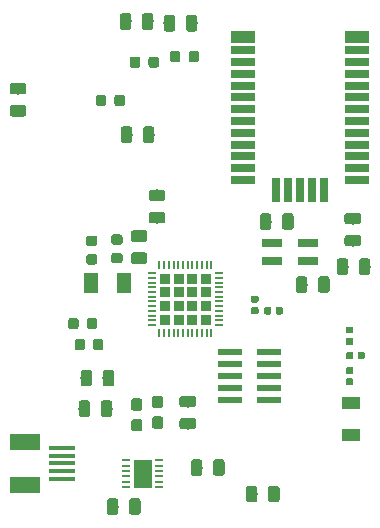
<source format=gbr>
G04 #@! TF.GenerationSoftware,KiCad,Pcbnew,(5.0.1)-rc2*
G04 #@! TF.CreationDate,2019-03-09T02:30:10-07:00*
G04 #@! TF.ProjectId,GPSLogger,4750534C6F676765722E6B696361645F,rev?*
G04 #@! TF.SameCoordinates,Original*
G04 #@! TF.FileFunction,Paste,Top*
G04 #@! TF.FilePolarity,Positive*
%FSLAX46Y46*%
G04 Gerber Fmt 4.6, Leading zero omitted, Abs format (unit mm)*
G04 Created by KiCad (PCBNEW (5.0.1)-rc2) date 3/9/2019 2:30:10 AM*
%MOMM*%
%LPD*%
G01*
G04 APERTURE LIST*
%ADD10C,0.100000*%
%ADD11C,0.975000*%
%ADD12R,0.700000X2.000000*%
%ADD13R,2.000000X0.700000*%
%ADD14R,2.000000X1.000000*%
%ADD15R,0.900000X0.900000*%
%ADD16R,0.680000X0.250000*%
%ADD17R,0.250000X0.680000*%
%ADD18R,2.000000X0.500000*%
%ADD19C,0.875000*%
%ADD20R,1.800000X0.800000*%
%ADD21R,1.600000X1.000000*%
%ADD22C,0.590000*%
%ADD23R,2.500000X1.430000*%
%ADD24R,2.250000X0.400000*%
%ADD25C,0.950000*%
%ADD26R,0.700000X0.250000*%
%ADD27R,1.650000X2.380000*%
%ADD28R,1.300000X1.800000*%
G04 APERTURE END LIST*
D10*
G04 #@! TO.C,C29*
G36*
X211046142Y-56506674D02*
X211069803Y-56510184D01*
X211093007Y-56515996D01*
X211115529Y-56524054D01*
X211137153Y-56534282D01*
X211157670Y-56546579D01*
X211176883Y-56560829D01*
X211194607Y-56576893D01*
X211210671Y-56594617D01*
X211224921Y-56613830D01*
X211237218Y-56634347D01*
X211247446Y-56655971D01*
X211255504Y-56678493D01*
X211261316Y-56701697D01*
X211264826Y-56725358D01*
X211266000Y-56749250D01*
X211266000Y-57236750D01*
X211264826Y-57260642D01*
X211261316Y-57284303D01*
X211255504Y-57307507D01*
X211247446Y-57330029D01*
X211237218Y-57351653D01*
X211224921Y-57372170D01*
X211210671Y-57391383D01*
X211194607Y-57409107D01*
X211176883Y-57425171D01*
X211157670Y-57439421D01*
X211137153Y-57451718D01*
X211115529Y-57461946D01*
X211093007Y-57470004D01*
X211069803Y-57475816D01*
X211046142Y-57479326D01*
X211022250Y-57480500D01*
X210109750Y-57480500D01*
X210085858Y-57479326D01*
X210062197Y-57475816D01*
X210038993Y-57470004D01*
X210016471Y-57461946D01*
X209994847Y-57451718D01*
X209974330Y-57439421D01*
X209955117Y-57425171D01*
X209937393Y-57409107D01*
X209921329Y-57391383D01*
X209907079Y-57372170D01*
X209894782Y-57351653D01*
X209884554Y-57330029D01*
X209876496Y-57307507D01*
X209870684Y-57284303D01*
X209867174Y-57260642D01*
X209866000Y-57236750D01*
X209866000Y-56749250D01*
X209867174Y-56725358D01*
X209870684Y-56701697D01*
X209876496Y-56678493D01*
X209884554Y-56655971D01*
X209894782Y-56634347D01*
X209907079Y-56613830D01*
X209921329Y-56594617D01*
X209937393Y-56576893D01*
X209955117Y-56560829D01*
X209974330Y-56546579D01*
X209994847Y-56534282D01*
X210016471Y-56524054D01*
X210038993Y-56515996D01*
X210062197Y-56510184D01*
X210085858Y-56506674D01*
X210109750Y-56505500D01*
X211022250Y-56505500D01*
X211046142Y-56506674D01*
X211046142Y-56506674D01*
G37*
D11*
X210566000Y-56993000D03*
D10*
G36*
X211046142Y-54631674D02*
X211069803Y-54635184D01*
X211093007Y-54640996D01*
X211115529Y-54649054D01*
X211137153Y-54659282D01*
X211157670Y-54671579D01*
X211176883Y-54685829D01*
X211194607Y-54701893D01*
X211210671Y-54719617D01*
X211224921Y-54738830D01*
X211237218Y-54759347D01*
X211247446Y-54780971D01*
X211255504Y-54803493D01*
X211261316Y-54826697D01*
X211264826Y-54850358D01*
X211266000Y-54874250D01*
X211266000Y-55361750D01*
X211264826Y-55385642D01*
X211261316Y-55409303D01*
X211255504Y-55432507D01*
X211247446Y-55455029D01*
X211237218Y-55476653D01*
X211224921Y-55497170D01*
X211210671Y-55516383D01*
X211194607Y-55534107D01*
X211176883Y-55550171D01*
X211157670Y-55564421D01*
X211137153Y-55576718D01*
X211115529Y-55586946D01*
X211093007Y-55595004D01*
X211069803Y-55600816D01*
X211046142Y-55604326D01*
X211022250Y-55605500D01*
X210109750Y-55605500D01*
X210085858Y-55604326D01*
X210062197Y-55600816D01*
X210038993Y-55595004D01*
X210016471Y-55586946D01*
X209994847Y-55576718D01*
X209974330Y-55564421D01*
X209955117Y-55550171D01*
X209937393Y-55534107D01*
X209921329Y-55516383D01*
X209907079Y-55497170D01*
X209894782Y-55476653D01*
X209884554Y-55455029D01*
X209876496Y-55432507D01*
X209870684Y-55409303D01*
X209867174Y-55385642D01*
X209866000Y-55361750D01*
X209866000Y-54874250D01*
X209867174Y-54850358D01*
X209870684Y-54826697D01*
X209876496Y-54803493D01*
X209884554Y-54780971D01*
X209894782Y-54759347D01*
X209907079Y-54738830D01*
X209921329Y-54719617D01*
X209937393Y-54701893D01*
X209955117Y-54685829D01*
X209974330Y-54671579D01*
X209994847Y-54659282D01*
X210016471Y-54649054D01*
X210038993Y-54640996D01*
X210062197Y-54635184D01*
X210085858Y-54631674D01*
X210109750Y-54630500D01*
X211022250Y-54630500D01*
X211046142Y-54631674D01*
X211046142Y-54631674D01*
G37*
D11*
X210566000Y-55118000D03*
G04 #@! TD*
D12*
G04 #@! TO.C,U1*
X219065000Y-37164800D03*
X220065000Y-37164800D03*
X221065000Y-37164800D03*
X222065000Y-37164800D03*
X218065000Y-37164800D03*
D13*
X224865000Y-36364800D03*
X224865000Y-35364800D03*
X224865000Y-34364800D03*
X224865000Y-33364800D03*
X224865000Y-32364800D03*
X224865000Y-31364800D03*
X224865000Y-30364800D03*
X224865000Y-29364800D03*
X224865000Y-28364800D03*
X224865000Y-27364800D03*
X215265000Y-25364800D03*
X215265000Y-26364800D03*
X215265000Y-27364800D03*
X215265000Y-28364800D03*
X215265000Y-29364800D03*
X215265000Y-30364800D03*
X215265000Y-31364800D03*
X215265000Y-32364800D03*
X215265000Y-33364800D03*
X215265000Y-34364800D03*
X215265000Y-35364800D03*
X215265000Y-36364800D03*
X224865000Y-26364800D03*
X224865000Y-25364800D03*
D14*
X215265000Y-24214800D03*
X224865000Y-24214800D03*
G04 #@! TD*
D10*
G04 #@! TO.C,C1*
G36*
X202250142Y-52441174D02*
X202273803Y-52444684D01*
X202297007Y-52450496D01*
X202319529Y-52458554D01*
X202341153Y-52468782D01*
X202361670Y-52481079D01*
X202380883Y-52495329D01*
X202398607Y-52511393D01*
X202414671Y-52529117D01*
X202428921Y-52548330D01*
X202441218Y-52568847D01*
X202451446Y-52590471D01*
X202459504Y-52612993D01*
X202465316Y-52636197D01*
X202468826Y-52659858D01*
X202470000Y-52683750D01*
X202470000Y-53596250D01*
X202468826Y-53620142D01*
X202465316Y-53643803D01*
X202459504Y-53667007D01*
X202451446Y-53689529D01*
X202441218Y-53711153D01*
X202428921Y-53731670D01*
X202414671Y-53750883D01*
X202398607Y-53768607D01*
X202380883Y-53784671D01*
X202361670Y-53798921D01*
X202341153Y-53811218D01*
X202319529Y-53821446D01*
X202297007Y-53829504D01*
X202273803Y-53835316D01*
X202250142Y-53838826D01*
X202226250Y-53840000D01*
X201738750Y-53840000D01*
X201714858Y-53838826D01*
X201691197Y-53835316D01*
X201667993Y-53829504D01*
X201645471Y-53821446D01*
X201623847Y-53811218D01*
X201603330Y-53798921D01*
X201584117Y-53784671D01*
X201566393Y-53768607D01*
X201550329Y-53750883D01*
X201536079Y-53731670D01*
X201523782Y-53711153D01*
X201513554Y-53689529D01*
X201505496Y-53667007D01*
X201499684Y-53643803D01*
X201496174Y-53620142D01*
X201495000Y-53596250D01*
X201495000Y-52683750D01*
X201496174Y-52659858D01*
X201499684Y-52636197D01*
X201505496Y-52612993D01*
X201513554Y-52590471D01*
X201523782Y-52568847D01*
X201536079Y-52548330D01*
X201550329Y-52529117D01*
X201566393Y-52511393D01*
X201584117Y-52495329D01*
X201603330Y-52481079D01*
X201623847Y-52468782D01*
X201645471Y-52458554D01*
X201667993Y-52450496D01*
X201691197Y-52444684D01*
X201714858Y-52441174D01*
X201738750Y-52440000D01*
X202226250Y-52440000D01*
X202250142Y-52441174D01*
X202250142Y-52441174D01*
G37*
D11*
X201982500Y-53140000D03*
D10*
G36*
X204125142Y-52441174D02*
X204148803Y-52444684D01*
X204172007Y-52450496D01*
X204194529Y-52458554D01*
X204216153Y-52468782D01*
X204236670Y-52481079D01*
X204255883Y-52495329D01*
X204273607Y-52511393D01*
X204289671Y-52529117D01*
X204303921Y-52548330D01*
X204316218Y-52568847D01*
X204326446Y-52590471D01*
X204334504Y-52612993D01*
X204340316Y-52636197D01*
X204343826Y-52659858D01*
X204345000Y-52683750D01*
X204345000Y-53596250D01*
X204343826Y-53620142D01*
X204340316Y-53643803D01*
X204334504Y-53667007D01*
X204326446Y-53689529D01*
X204316218Y-53711153D01*
X204303921Y-53731670D01*
X204289671Y-53750883D01*
X204273607Y-53768607D01*
X204255883Y-53784671D01*
X204236670Y-53798921D01*
X204216153Y-53811218D01*
X204194529Y-53821446D01*
X204172007Y-53829504D01*
X204148803Y-53835316D01*
X204125142Y-53838826D01*
X204101250Y-53840000D01*
X203613750Y-53840000D01*
X203589858Y-53838826D01*
X203566197Y-53835316D01*
X203542993Y-53829504D01*
X203520471Y-53821446D01*
X203498847Y-53811218D01*
X203478330Y-53798921D01*
X203459117Y-53784671D01*
X203441393Y-53768607D01*
X203425329Y-53750883D01*
X203411079Y-53731670D01*
X203398782Y-53711153D01*
X203388554Y-53689529D01*
X203380496Y-53667007D01*
X203374684Y-53643803D01*
X203371174Y-53620142D01*
X203370000Y-53596250D01*
X203370000Y-52683750D01*
X203371174Y-52659858D01*
X203374684Y-52636197D01*
X203380496Y-52612993D01*
X203388554Y-52590471D01*
X203398782Y-52568847D01*
X203411079Y-52548330D01*
X203425329Y-52529117D01*
X203441393Y-52511393D01*
X203459117Y-52495329D01*
X203478330Y-52481079D01*
X203498847Y-52468782D01*
X203520471Y-52458554D01*
X203542993Y-52450496D01*
X203566197Y-52444684D01*
X203589858Y-52441174D01*
X203613750Y-52440000D01*
X204101250Y-52440000D01*
X204125142Y-52441174D01*
X204125142Y-52441174D01*
G37*
D11*
X203857500Y-53140000D03*
G04 #@! TD*
D10*
G04 #@! TO.C,C7*
G36*
X206931342Y-40610874D02*
X206955003Y-40614384D01*
X206978207Y-40620196D01*
X207000729Y-40628254D01*
X207022353Y-40638482D01*
X207042870Y-40650779D01*
X207062083Y-40665029D01*
X207079807Y-40681093D01*
X207095871Y-40698817D01*
X207110121Y-40718030D01*
X207122418Y-40738547D01*
X207132646Y-40760171D01*
X207140704Y-40782693D01*
X207146516Y-40805897D01*
X207150026Y-40829558D01*
X207151200Y-40853450D01*
X207151200Y-41340950D01*
X207150026Y-41364842D01*
X207146516Y-41388503D01*
X207140704Y-41411707D01*
X207132646Y-41434229D01*
X207122418Y-41455853D01*
X207110121Y-41476370D01*
X207095871Y-41495583D01*
X207079807Y-41513307D01*
X207062083Y-41529371D01*
X207042870Y-41543621D01*
X207022353Y-41555918D01*
X207000729Y-41566146D01*
X206978207Y-41574204D01*
X206955003Y-41580016D01*
X206931342Y-41583526D01*
X206907450Y-41584700D01*
X205994950Y-41584700D01*
X205971058Y-41583526D01*
X205947397Y-41580016D01*
X205924193Y-41574204D01*
X205901671Y-41566146D01*
X205880047Y-41555918D01*
X205859530Y-41543621D01*
X205840317Y-41529371D01*
X205822593Y-41513307D01*
X205806529Y-41495583D01*
X205792279Y-41476370D01*
X205779982Y-41455853D01*
X205769754Y-41434229D01*
X205761696Y-41411707D01*
X205755884Y-41388503D01*
X205752374Y-41364842D01*
X205751200Y-41340950D01*
X205751200Y-40853450D01*
X205752374Y-40829558D01*
X205755884Y-40805897D01*
X205761696Y-40782693D01*
X205769754Y-40760171D01*
X205779982Y-40738547D01*
X205792279Y-40718030D01*
X205806529Y-40698817D01*
X205822593Y-40681093D01*
X205840317Y-40665029D01*
X205859530Y-40650779D01*
X205880047Y-40638482D01*
X205901671Y-40628254D01*
X205924193Y-40620196D01*
X205947397Y-40614384D01*
X205971058Y-40610874D01*
X205994950Y-40609700D01*
X206907450Y-40609700D01*
X206931342Y-40610874D01*
X206931342Y-40610874D01*
G37*
D11*
X206451200Y-41097200D03*
D10*
G36*
X206931342Y-42485874D02*
X206955003Y-42489384D01*
X206978207Y-42495196D01*
X207000729Y-42503254D01*
X207022353Y-42513482D01*
X207042870Y-42525779D01*
X207062083Y-42540029D01*
X207079807Y-42556093D01*
X207095871Y-42573817D01*
X207110121Y-42593030D01*
X207122418Y-42613547D01*
X207132646Y-42635171D01*
X207140704Y-42657693D01*
X207146516Y-42680897D01*
X207150026Y-42704558D01*
X207151200Y-42728450D01*
X207151200Y-43215950D01*
X207150026Y-43239842D01*
X207146516Y-43263503D01*
X207140704Y-43286707D01*
X207132646Y-43309229D01*
X207122418Y-43330853D01*
X207110121Y-43351370D01*
X207095871Y-43370583D01*
X207079807Y-43388307D01*
X207062083Y-43404371D01*
X207042870Y-43418621D01*
X207022353Y-43430918D01*
X207000729Y-43441146D01*
X206978207Y-43449204D01*
X206955003Y-43455016D01*
X206931342Y-43458526D01*
X206907450Y-43459700D01*
X205994950Y-43459700D01*
X205971058Y-43458526D01*
X205947397Y-43455016D01*
X205924193Y-43449204D01*
X205901671Y-43441146D01*
X205880047Y-43430918D01*
X205859530Y-43418621D01*
X205840317Y-43404371D01*
X205822593Y-43388307D01*
X205806529Y-43370583D01*
X205792279Y-43351370D01*
X205779982Y-43330853D01*
X205769754Y-43309229D01*
X205761696Y-43286707D01*
X205755884Y-43263503D01*
X205752374Y-43239842D01*
X205751200Y-43215950D01*
X205751200Y-42728450D01*
X205752374Y-42704558D01*
X205755884Y-42680897D01*
X205761696Y-42657693D01*
X205769754Y-42635171D01*
X205779982Y-42613547D01*
X205792279Y-42593030D01*
X205806529Y-42573817D01*
X205822593Y-42556093D01*
X205840317Y-42540029D01*
X205859530Y-42525779D01*
X205880047Y-42513482D01*
X205901671Y-42503254D01*
X205924193Y-42495196D01*
X205947397Y-42489384D01*
X205971058Y-42485874D01*
X205994950Y-42484700D01*
X206907450Y-42484700D01*
X206931342Y-42485874D01*
X206931342Y-42485874D01*
G37*
D11*
X206451200Y-42972200D03*
G04 #@! TD*
D10*
G04 #@! TO.C,C8*
G36*
X222360642Y-44513174D02*
X222384303Y-44516684D01*
X222407507Y-44522496D01*
X222430029Y-44530554D01*
X222451653Y-44540782D01*
X222472170Y-44553079D01*
X222491383Y-44567329D01*
X222509107Y-44583393D01*
X222525171Y-44601117D01*
X222539421Y-44620330D01*
X222551718Y-44640847D01*
X222561946Y-44662471D01*
X222570004Y-44684993D01*
X222575816Y-44708197D01*
X222579326Y-44731858D01*
X222580500Y-44755750D01*
X222580500Y-45668250D01*
X222579326Y-45692142D01*
X222575816Y-45715803D01*
X222570004Y-45739007D01*
X222561946Y-45761529D01*
X222551718Y-45783153D01*
X222539421Y-45803670D01*
X222525171Y-45822883D01*
X222509107Y-45840607D01*
X222491383Y-45856671D01*
X222472170Y-45870921D01*
X222451653Y-45883218D01*
X222430029Y-45893446D01*
X222407507Y-45901504D01*
X222384303Y-45907316D01*
X222360642Y-45910826D01*
X222336750Y-45912000D01*
X221849250Y-45912000D01*
X221825358Y-45910826D01*
X221801697Y-45907316D01*
X221778493Y-45901504D01*
X221755971Y-45893446D01*
X221734347Y-45883218D01*
X221713830Y-45870921D01*
X221694617Y-45856671D01*
X221676893Y-45840607D01*
X221660829Y-45822883D01*
X221646579Y-45803670D01*
X221634282Y-45783153D01*
X221624054Y-45761529D01*
X221615996Y-45739007D01*
X221610184Y-45715803D01*
X221606674Y-45692142D01*
X221605500Y-45668250D01*
X221605500Y-44755750D01*
X221606674Y-44731858D01*
X221610184Y-44708197D01*
X221615996Y-44684993D01*
X221624054Y-44662471D01*
X221634282Y-44640847D01*
X221646579Y-44620330D01*
X221660829Y-44601117D01*
X221676893Y-44583393D01*
X221694617Y-44567329D01*
X221713830Y-44553079D01*
X221734347Y-44540782D01*
X221755971Y-44530554D01*
X221778493Y-44522496D01*
X221801697Y-44516684D01*
X221825358Y-44513174D01*
X221849250Y-44512000D01*
X222336750Y-44512000D01*
X222360642Y-44513174D01*
X222360642Y-44513174D01*
G37*
D11*
X222093000Y-45212000D03*
D10*
G36*
X220485642Y-44513174D02*
X220509303Y-44516684D01*
X220532507Y-44522496D01*
X220555029Y-44530554D01*
X220576653Y-44540782D01*
X220597170Y-44553079D01*
X220616383Y-44567329D01*
X220634107Y-44583393D01*
X220650171Y-44601117D01*
X220664421Y-44620330D01*
X220676718Y-44640847D01*
X220686946Y-44662471D01*
X220695004Y-44684993D01*
X220700816Y-44708197D01*
X220704326Y-44731858D01*
X220705500Y-44755750D01*
X220705500Y-45668250D01*
X220704326Y-45692142D01*
X220700816Y-45715803D01*
X220695004Y-45739007D01*
X220686946Y-45761529D01*
X220676718Y-45783153D01*
X220664421Y-45803670D01*
X220650171Y-45822883D01*
X220634107Y-45840607D01*
X220616383Y-45856671D01*
X220597170Y-45870921D01*
X220576653Y-45883218D01*
X220555029Y-45893446D01*
X220532507Y-45901504D01*
X220509303Y-45907316D01*
X220485642Y-45910826D01*
X220461750Y-45912000D01*
X219974250Y-45912000D01*
X219950358Y-45910826D01*
X219926697Y-45907316D01*
X219903493Y-45901504D01*
X219880971Y-45893446D01*
X219859347Y-45883218D01*
X219838830Y-45870921D01*
X219819617Y-45856671D01*
X219801893Y-45840607D01*
X219785829Y-45822883D01*
X219771579Y-45803670D01*
X219759282Y-45783153D01*
X219749054Y-45761529D01*
X219740996Y-45739007D01*
X219735184Y-45715803D01*
X219731674Y-45692142D01*
X219730500Y-45668250D01*
X219730500Y-44755750D01*
X219731674Y-44731858D01*
X219735184Y-44708197D01*
X219740996Y-44684993D01*
X219749054Y-44662471D01*
X219759282Y-44640847D01*
X219771579Y-44620330D01*
X219785829Y-44601117D01*
X219801893Y-44583393D01*
X219819617Y-44567329D01*
X219838830Y-44553079D01*
X219859347Y-44540782D01*
X219880971Y-44530554D01*
X219903493Y-44522496D01*
X219926697Y-44516684D01*
X219950358Y-44513174D01*
X219974250Y-44512000D01*
X220461750Y-44512000D01*
X220485642Y-44513174D01*
X220485642Y-44513174D01*
G37*
D11*
X220218000Y-45212000D03*
G04 #@! TD*
D10*
G04 #@! TO.C,C9*
G36*
X225819642Y-42989174D02*
X225843303Y-42992684D01*
X225866507Y-42998496D01*
X225889029Y-43006554D01*
X225910653Y-43016782D01*
X225931170Y-43029079D01*
X225950383Y-43043329D01*
X225968107Y-43059393D01*
X225984171Y-43077117D01*
X225998421Y-43096330D01*
X226010718Y-43116847D01*
X226020946Y-43138471D01*
X226029004Y-43160993D01*
X226034816Y-43184197D01*
X226038326Y-43207858D01*
X226039500Y-43231750D01*
X226039500Y-44144250D01*
X226038326Y-44168142D01*
X226034816Y-44191803D01*
X226029004Y-44215007D01*
X226020946Y-44237529D01*
X226010718Y-44259153D01*
X225998421Y-44279670D01*
X225984171Y-44298883D01*
X225968107Y-44316607D01*
X225950383Y-44332671D01*
X225931170Y-44346921D01*
X225910653Y-44359218D01*
X225889029Y-44369446D01*
X225866507Y-44377504D01*
X225843303Y-44383316D01*
X225819642Y-44386826D01*
X225795750Y-44388000D01*
X225308250Y-44388000D01*
X225284358Y-44386826D01*
X225260697Y-44383316D01*
X225237493Y-44377504D01*
X225214971Y-44369446D01*
X225193347Y-44359218D01*
X225172830Y-44346921D01*
X225153617Y-44332671D01*
X225135893Y-44316607D01*
X225119829Y-44298883D01*
X225105579Y-44279670D01*
X225093282Y-44259153D01*
X225083054Y-44237529D01*
X225074996Y-44215007D01*
X225069184Y-44191803D01*
X225065674Y-44168142D01*
X225064500Y-44144250D01*
X225064500Y-43231750D01*
X225065674Y-43207858D01*
X225069184Y-43184197D01*
X225074996Y-43160993D01*
X225083054Y-43138471D01*
X225093282Y-43116847D01*
X225105579Y-43096330D01*
X225119829Y-43077117D01*
X225135893Y-43059393D01*
X225153617Y-43043329D01*
X225172830Y-43029079D01*
X225193347Y-43016782D01*
X225214971Y-43006554D01*
X225237493Y-42998496D01*
X225260697Y-42992684D01*
X225284358Y-42989174D01*
X225308250Y-42988000D01*
X225795750Y-42988000D01*
X225819642Y-42989174D01*
X225819642Y-42989174D01*
G37*
D11*
X225552000Y-43688000D03*
D10*
G36*
X223944642Y-42989174D02*
X223968303Y-42992684D01*
X223991507Y-42998496D01*
X224014029Y-43006554D01*
X224035653Y-43016782D01*
X224056170Y-43029079D01*
X224075383Y-43043329D01*
X224093107Y-43059393D01*
X224109171Y-43077117D01*
X224123421Y-43096330D01*
X224135718Y-43116847D01*
X224145946Y-43138471D01*
X224154004Y-43160993D01*
X224159816Y-43184197D01*
X224163326Y-43207858D01*
X224164500Y-43231750D01*
X224164500Y-44144250D01*
X224163326Y-44168142D01*
X224159816Y-44191803D01*
X224154004Y-44215007D01*
X224145946Y-44237529D01*
X224135718Y-44259153D01*
X224123421Y-44279670D01*
X224109171Y-44298883D01*
X224093107Y-44316607D01*
X224075383Y-44332671D01*
X224056170Y-44346921D01*
X224035653Y-44359218D01*
X224014029Y-44369446D01*
X223991507Y-44377504D01*
X223968303Y-44383316D01*
X223944642Y-44386826D01*
X223920750Y-44388000D01*
X223433250Y-44388000D01*
X223409358Y-44386826D01*
X223385697Y-44383316D01*
X223362493Y-44377504D01*
X223339971Y-44369446D01*
X223318347Y-44359218D01*
X223297830Y-44346921D01*
X223278617Y-44332671D01*
X223260893Y-44316607D01*
X223244829Y-44298883D01*
X223230579Y-44279670D01*
X223218282Y-44259153D01*
X223208054Y-44237529D01*
X223199996Y-44215007D01*
X223194184Y-44191803D01*
X223190674Y-44168142D01*
X223189500Y-44144250D01*
X223189500Y-43231750D01*
X223190674Y-43207858D01*
X223194184Y-43184197D01*
X223199996Y-43160993D01*
X223208054Y-43138471D01*
X223218282Y-43116847D01*
X223230579Y-43096330D01*
X223244829Y-43077117D01*
X223260893Y-43059393D01*
X223278617Y-43043329D01*
X223297830Y-43029079D01*
X223318347Y-43016782D01*
X223339971Y-43006554D01*
X223362493Y-42998496D01*
X223385697Y-42992684D01*
X223409358Y-42989174D01*
X223433250Y-42988000D01*
X223920750Y-42988000D01*
X223944642Y-42989174D01*
X223944642Y-42989174D01*
G37*
D11*
X223677000Y-43688000D03*
G04 #@! TD*
D10*
G04 #@! TO.C,C10*
G36*
X208450142Y-37183674D02*
X208473803Y-37187184D01*
X208497007Y-37192996D01*
X208519529Y-37201054D01*
X208541153Y-37211282D01*
X208561670Y-37223579D01*
X208580883Y-37237829D01*
X208598607Y-37253893D01*
X208614671Y-37271617D01*
X208628921Y-37290830D01*
X208641218Y-37311347D01*
X208651446Y-37332971D01*
X208659504Y-37355493D01*
X208665316Y-37378697D01*
X208668826Y-37402358D01*
X208670000Y-37426250D01*
X208670000Y-37913750D01*
X208668826Y-37937642D01*
X208665316Y-37961303D01*
X208659504Y-37984507D01*
X208651446Y-38007029D01*
X208641218Y-38028653D01*
X208628921Y-38049170D01*
X208614671Y-38068383D01*
X208598607Y-38086107D01*
X208580883Y-38102171D01*
X208561670Y-38116421D01*
X208541153Y-38128718D01*
X208519529Y-38138946D01*
X208497007Y-38147004D01*
X208473803Y-38152816D01*
X208450142Y-38156326D01*
X208426250Y-38157500D01*
X207513750Y-38157500D01*
X207489858Y-38156326D01*
X207466197Y-38152816D01*
X207442993Y-38147004D01*
X207420471Y-38138946D01*
X207398847Y-38128718D01*
X207378330Y-38116421D01*
X207359117Y-38102171D01*
X207341393Y-38086107D01*
X207325329Y-38068383D01*
X207311079Y-38049170D01*
X207298782Y-38028653D01*
X207288554Y-38007029D01*
X207280496Y-37984507D01*
X207274684Y-37961303D01*
X207271174Y-37937642D01*
X207270000Y-37913750D01*
X207270000Y-37426250D01*
X207271174Y-37402358D01*
X207274684Y-37378697D01*
X207280496Y-37355493D01*
X207288554Y-37332971D01*
X207298782Y-37311347D01*
X207311079Y-37290830D01*
X207325329Y-37271617D01*
X207341393Y-37253893D01*
X207359117Y-37237829D01*
X207378330Y-37223579D01*
X207398847Y-37211282D01*
X207420471Y-37201054D01*
X207442993Y-37192996D01*
X207466197Y-37187184D01*
X207489858Y-37183674D01*
X207513750Y-37182500D01*
X208426250Y-37182500D01*
X208450142Y-37183674D01*
X208450142Y-37183674D01*
G37*
D11*
X207970000Y-37670000D03*
D10*
G36*
X208450142Y-39058674D02*
X208473803Y-39062184D01*
X208497007Y-39067996D01*
X208519529Y-39076054D01*
X208541153Y-39086282D01*
X208561670Y-39098579D01*
X208580883Y-39112829D01*
X208598607Y-39128893D01*
X208614671Y-39146617D01*
X208628921Y-39165830D01*
X208641218Y-39186347D01*
X208651446Y-39207971D01*
X208659504Y-39230493D01*
X208665316Y-39253697D01*
X208668826Y-39277358D01*
X208670000Y-39301250D01*
X208670000Y-39788750D01*
X208668826Y-39812642D01*
X208665316Y-39836303D01*
X208659504Y-39859507D01*
X208651446Y-39882029D01*
X208641218Y-39903653D01*
X208628921Y-39924170D01*
X208614671Y-39943383D01*
X208598607Y-39961107D01*
X208580883Y-39977171D01*
X208561670Y-39991421D01*
X208541153Y-40003718D01*
X208519529Y-40013946D01*
X208497007Y-40022004D01*
X208473803Y-40027816D01*
X208450142Y-40031326D01*
X208426250Y-40032500D01*
X207513750Y-40032500D01*
X207489858Y-40031326D01*
X207466197Y-40027816D01*
X207442993Y-40022004D01*
X207420471Y-40013946D01*
X207398847Y-40003718D01*
X207378330Y-39991421D01*
X207359117Y-39977171D01*
X207341393Y-39961107D01*
X207325329Y-39943383D01*
X207311079Y-39924170D01*
X207298782Y-39903653D01*
X207288554Y-39882029D01*
X207280496Y-39859507D01*
X207274684Y-39836303D01*
X207271174Y-39812642D01*
X207270000Y-39788750D01*
X207270000Y-39301250D01*
X207271174Y-39277358D01*
X207274684Y-39253697D01*
X207280496Y-39230493D01*
X207288554Y-39207971D01*
X207298782Y-39186347D01*
X207311079Y-39165830D01*
X207325329Y-39146617D01*
X207341393Y-39128893D01*
X207359117Y-39112829D01*
X207378330Y-39098579D01*
X207398847Y-39086282D01*
X207420471Y-39076054D01*
X207442993Y-39067996D01*
X207466197Y-39062184D01*
X207489858Y-39058674D01*
X207513750Y-39057500D01*
X208426250Y-39057500D01*
X208450142Y-39058674D01*
X208450142Y-39058674D01*
G37*
D11*
X207970000Y-39545000D03*
G04 #@! TD*
D10*
G04 #@! TO.C,D1*
G36*
X211163842Y-22389774D02*
X211187503Y-22393284D01*
X211210707Y-22399096D01*
X211233229Y-22407154D01*
X211254853Y-22417382D01*
X211275370Y-22429679D01*
X211294583Y-22443929D01*
X211312307Y-22459993D01*
X211328371Y-22477717D01*
X211342621Y-22496930D01*
X211354918Y-22517447D01*
X211365146Y-22539071D01*
X211373204Y-22561593D01*
X211379016Y-22584797D01*
X211382526Y-22608458D01*
X211383700Y-22632350D01*
X211383700Y-23544850D01*
X211382526Y-23568742D01*
X211379016Y-23592403D01*
X211373204Y-23615607D01*
X211365146Y-23638129D01*
X211354918Y-23659753D01*
X211342621Y-23680270D01*
X211328371Y-23699483D01*
X211312307Y-23717207D01*
X211294583Y-23733271D01*
X211275370Y-23747521D01*
X211254853Y-23759818D01*
X211233229Y-23770046D01*
X211210707Y-23778104D01*
X211187503Y-23783916D01*
X211163842Y-23787426D01*
X211139950Y-23788600D01*
X210652450Y-23788600D01*
X210628558Y-23787426D01*
X210604897Y-23783916D01*
X210581693Y-23778104D01*
X210559171Y-23770046D01*
X210537547Y-23759818D01*
X210517030Y-23747521D01*
X210497817Y-23733271D01*
X210480093Y-23717207D01*
X210464029Y-23699483D01*
X210449779Y-23680270D01*
X210437482Y-23659753D01*
X210427254Y-23638129D01*
X210419196Y-23615607D01*
X210413384Y-23592403D01*
X210409874Y-23568742D01*
X210408700Y-23544850D01*
X210408700Y-22632350D01*
X210409874Y-22608458D01*
X210413384Y-22584797D01*
X210419196Y-22561593D01*
X210427254Y-22539071D01*
X210437482Y-22517447D01*
X210449779Y-22496930D01*
X210464029Y-22477717D01*
X210480093Y-22459993D01*
X210497817Y-22443929D01*
X210517030Y-22429679D01*
X210537547Y-22417382D01*
X210559171Y-22407154D01*
X210581693Y-22399096D01*
X210604897Y-22393284D01*
X210628558Y-22389774D01*
X210652450Y-22388600D01*
X211139950Y-22388600D01*
X211163842Y-22389774D01*
X211163842Y-22389774D01*
G37*
D11*
X210896200Y-23088600D03*
D10*
G36*
X209288842Y-22389774D02*
X209312503Y-22393284D01*
X209335707Y-22399096D01*
X209358229Y-22407154D01*
X209379853Y-22417382D01*
X209400370Y-22429679D01*
X209419583Y-22443929D01*
X209437307Y-22459993D01*
X209453371Y-22477717D01*
X209467621Y-22496930D01*
X209479918Y-22517447D01*
X209490146Y-22539071D01*
X209498204Y-22561593D01*
X209504016Y-22584797D01*
X209507526Y-22608458D01*
X209508700Y-22632350D01*
X209508700Y-23544850D01*
X209507526Y-23568742D01*
X209504016Y-23592403D01*
X209498204Y-23615607D01*
X209490146Y-23638129D01*
X209479918Y-23659753D01*
X209467621Y-23680270D01*
X209453371Y-23699483D01*
X209437307Y-23717207D01*
X209419583Y-23733271D01*
X209400370Y-23747521D01*
X209379853Y-23759818D01*
X209358229Y-23770046D01*
X209335707Y-23778104D01*
X209312503Y-23783916D01*
X209288842Y-23787426D01*
X209264950Y-23788600D01*
X208777450Y-23788600D01*
X208753558Y-23787426D01*
X208729897Y-23783916D01*
X208706693Y-23778104D01*
X208684171Y-23770046D01*
X208662547Y-23759818D01*
X208642030Y-23747521D01*
X208622817Y-23733271D01*
X208605093Y-23717207D01*
X208589029Y-23699483D01*
X208574779Y-23680270D01*
X208562482Y-23659753D01*
X208552254Y-23638129D01*
X208544196Y-23615607D01*
X208538384Y-23592403D01*
X208534874Y-23568742D01*
X208533700Y-23544850D01*
X208533700Y-22632350D01*
X208534874Y-22608458D01*
X208538384Y-22584797D01*
X208544196Y-22561593D01*
X208552254Y-22539071D01*
X208562482Y-22517447D01*
X208574779Y-22496930D01*
X208589029Y-22477717D01*
X208605093Y-22459993D01*
X208622817Y-22443929D01*
X208642030Y-22429679D01*
X208662547Y-22417382D01*
X208684171Y-22407154D01*
X208706693Y-22399096D01*
X208729897Y-22393284D01*
X208753558Y-22389774D01*
X208777450Y-22388600D01*
X209264950Y-22388600D01*
X209288842Y-22389774D01*
X209288842Y-22389774D01*
G37*
D11*
X209021200Y-23088600D03*
G04 #@! TD*
D10*
G04 #@! TO.C,D2*
G36*
X207442742Y-22237374D02*
X207466403Y-22240884D01*
X207489607Y-22246696D01*
X207512129Y-22254754D01*
X207533753Y-22264982D01*
X207554270Y-22277279D01*
X207573483Y-22291529D01*
X207591207Y-22307593D01*
X207607271Y-22325317D01*
X207621521Y-22344530D01*
X207633818Y-22365047D01*
X207644046Y-22386671D01*
X207652104Y-22409193D01*
X207657916Y-22432397D01*
X207661426Y-22456058D01*
X207662600Y-22479950D01*
X207662600Y-23392450D01*
X207661426Y-23416342D01*
X207657916Y-23440003D01*
X207652104Y-23463207D01*
X207644046Y-23485729D01*
X207633818Y-23507353D01*
X207621521Y-23527870D01*
X207607271Y-23547083D01*
X207591207Y-23564807D01*
X207573483Y-23580871D01*
X207554270Y-23595121D01*
X207533753Y-23607418D01*
X207512129Y-23617646D01*
X207489607Y-23625704D01*
X207466403Y-23631516D01*
X207442742Y-23635026D01*
X207418850Y-23636200D01*
X206931350Y-23636200D01*
X206907458Y-23635026D01*
X206883797Y-23631516D01*
X206860593Y-23625704D01*
X206838071Y-23617646D01*
X206816447Y-23607418D01*
X206795930Y-23595121D01*
X206776717Y-23580871D01*
X206758993Y-23564807D01*
X206742929Y-23547083D01*
X206728679Y-23527870D01*
X206716382Y-23507353D01*
X206706154Y-23485729D01*
X206698096Y-23463207D01*
X206692284Y-23440003D01*
X206688774Y-23416342D01*
X206687600Y-23392450D01*
X206687600Y-22479950D01*
X206688774Y-22456058D01*
X206692284Y-22432397D01*
X206698096Y-22409193D01*
X206706154Y-22386671D01*
X206716382Y-22365047D01*
X206728679Y-22344530D01*
X206742929Y-22325317D01*
X206758993Y-22307593D01*
X206776717Y-22291529D01*
X206795930Y-22277279D01*
X206816447Y-22264982D01*
X206838071Y-22254754D01*
X206860593Y-22246696D01*
X206883797Y-22240884D01*
X206907458Y-22237374D01*
X206931350Y-22236200D01*
X207418850Y-22236200D01*
X207442742Y-22237374D01*
X207442742Y-22237374D01*
G37*
D11*
X207175100Y-22936200D03*
D10*
G36*
X205567742Y-22237374D02*
X205591403Y-22240884D01*
X205614607Y-22246696D01*
X205637129Y-22254754D01*
X205658753Y-22264982D01*
X205679270Y-22277279D01*
X205698483Y-22291529D01*
X205716207Y-22307593D01*
X205732271Y-22325317D01*
X205746521Y-22344530D01*
X205758818Y-22365047D01*
X205769046Y-22386671D01*
X205777104Y-22409193D01*
X205782916Y-22432397D01*
X205786426Y-22456058D01*
X205787600Y-22479950D01*
X205787600Y-23392450D01*
X205786426Y-23416342D01*
X205782916Y-23440003D01*
X205777104Y-23463207D01*
X205769046Y-23485729D01*
X205758818Y-23507353D01*
X205746521Y-23527870D01*
X205732271Y-23547083D01*
X205716207Y-23564807D01*
X205698483Y-23580871D01*
X205679270Y-23595121D01*
X205658753Y-23607418D01*
X205637129Y-23617646D01*
X205614607Y-23625704D01*
X205591403Y-23631516D01*
X205567742Y-23635026D01*
X205543850Y-23636200D01*
X205056350Y-23636200D01*
X205032458Y-23635026D01*
X205008797Y-23631516D01*
X204985593Y-23625704D01*
X204963071Y-23617646D01*
X204941447Y-23607418D01*
X204920930Y-23595121D01*
X204901717Y-23580871D01*
X204883993Y-23564807D01*
X204867929Y-23547083D01*
X204853679Y-23527870D01*
X204841382Y-23507353D01*
X204831154Y-23485729D01*
X204823096Y-23463207D01*
X204817284Y-23440003D01*
X204813774Y-23416342D01*
X204812600Y-23392450D01*
X204812600Y-22479950D01*
X204813774Y-22456058D01*
X204817284Y-22432397D01*
X204823096Y-22409193D01*
X204831154Y-22386671D01*
X204841382Y-22365047D01*
X204853679Y-22344530D01*
X204867929Y-22325317D01*
X204883993Y-22307593D01*
X204901717Y-22291529D01*
X204920930Y-22277279D01*
X204941447Y-22264982D01*
X204963071Y-22254754D01*
X204985593Y-22246696D01*
X205008797Y-22240884D01*
X205032458Y-22237374D01*
X205056350Y-22236200D01*
X205543850Y-22236200D01*
X205567742Y-22237374D01*
X205567742Y-22237374D01*
G37*
D11*
X205300100Y-22936200D03*
G04 #@! TD*
D10*
G04 #@! TO.C,D5*
G36*
X196669742Y-28139474D02*
X196693403Y-28142984D01*
X196716607Y-28148796D01*
X196739129Y-28156854D01*
X196760753Y-28167082D01*
X196781270Y-28179379D01*
X196800483Y-28193629D01*
X196818207Y-28209693D01*
X196834271Y-28227417D01*
X196848521Y-28246630D01*
X196860818Y-28267147D01*
X196871046Y-28288771D01*
X196879104Y-28311293D01*
X196884916Y-28334497D01*
X196888426Y-28358158D01*
X196889600Y-28382050D01*
X196889600Y-28869550D01*
X196888426Y-28893442D01*
X196884916Y-28917103D01*
X196879104Y-28940307D01*
X196871046Y-28962829D01*
X196860818Y-28984453D01*
X196848521Y-29004970D01*
X196834271Y-29024183D01*
X196818207Y-29041907D01*
X196800483Y-29057971D01*
X196781270Y-29072221D01*
X196760753Y-29084518D01*
X196739129Y-29094746D01*
X196716607Y-29102804D01*
X196693403Y-29108616D01*
X196669742Y-29112126D01*
X196645850Y-29113300D01*
X195733350Y-29113300D01*
X195709458Y-29112126D01*
X195685797Y-29108616D01*
X195662593Y-29102804D01*
X195640071Y-29094746D01*
X195618447Y-29084518D01*
X195597930Y-29072221D01*
X195578717Y-29057971D01*
X195560993Y-29041907D01*
X195544929Y-29024183D01*
X195530679Y-29004970D01*
X195518382Y-28984453D01*
X195508154Y-28962829D01*
X195500096Y-28940307D01*
X195494284Y-28917103D01*
X195490774Y-28893442D01*
X195489600Y-28869550D01*
X195489600Y-28382050D01*
X195490774Y-28358158D01*
X195494284Y-28334497D01*
X195500096Y-28311293D01*
X195508154Y-28288771D01*
X195518382Y-28267147D01*
X195530679Y-28246630D01*
X195544929Y-28227417D01*
X195560993Y-28209693D01*
X195578717Y-28193629D01*
X195597930Y-28179379D01*
X195618447Y-28167082D01*
X195640071Y-28156854D01*
X195662593Y-28148796D01*
X195685797Y-28142984D01*
X195709458Y-28139474D01*
X195733350Y-28138300D01*
X196645850Y-28138300D01*
X196669742Y-28139474D01*
X196669742Y-28139474D01*
G37*
D11*
X196189600Y-28625800D03*
D10*
G36*
X196669742Y-30014474D02*
X196693403Y-30017984D01*
X196716607Y-30023796D01*
X196739129Y-30031854D01*
X196760753Y-30042082D01*
X196781270Y-30054379D01*
X196800483Y-30068629D01*
X196818207Y-30084693D01*
X196834271Y-30102417D01*
X196848521Y-30121630D01*
X196860818Y-30142147D01*
X196871046Y-30163771D01*
X196879104Y-30186293D01*
X196884916Y-30209497D01*
X196888426Y-30233158D01*
X196889600Y-30257050D01*
X196889600Y-30744550D01*
X196888426Y-30768442D01*
X196884916Y-30792103D01*
X196879104Y-30815307D01*
X196871046Y-30837829D01*
X196860818Y-30859453D01*
X196848521Y-30879970D01*
X196834271Y-30899183D01*
X196818207Y-30916907D01*
X196800483Y-30932971D01*
X196781270Y-30947221D01*
X196760753Y-30959518D01*
X196739129Y-30969746D01*
X196716607Y-30977804D01*
X196693403Y-30983616D01*
X196669742Y-30987126D01*
X196645850Y-30988300D01*
X195733350Y-30988300D01*
X195709458Y-30987126D01*
X195685797Y-30983616D01*
X195662593Y-30977804D01*
X195640071Y-30969746D01*
X195618447Y-30959518D01*
X195597930Y-30947221D01*
X195578717Y-30932971D01*
X195560993Y-30916907D01*
X195544929Y-30899183D01*
X195530679Y-30879970D01*
X195518382Y-30859453D01*
X195508154Y-30837829D01*
X195500096Y-30815307D01*
X195494284Y-30792103D01*
X195490774Y-30768442D01*
X195489600Y-30744550D01*
X195489600Y-30257050D01*
X195490774Y-30233158D01*
X195494284Y-30209497D01*
X195500096Y-30186293D01*
X195508154Y-30163771D01*
X195518382Y-30142147D01*
X195530679Y-30121630D01*
X195544929Y-30102417D01*
X195560993Y-30084693D01*
X195578717Y-30068629D01*
X195597930Y-30054379D01*
X195618447Y-30042082D01*
X195640071Y-30031854D01*
X195662593Y-30023796D01*
X195685797Y-30017984D01*
X195709458Y-30014474D01*
X195733350Y-30013300D01*
X196645850Y-30013300D01*
X196669742Y-30014474D01*
X196669742Y-30014474D01*
G37*
D11*
X196189600Y-30500800D03*
G04 #@! TD*
D15*
G04 #@! TO.C,U2*
X208638926Y-44720526D03*
X208638926Y-45870526D03*
X208638926Y-47020526D03*
X208638926Y-48170526D03*
X209788926Y-44720526D03*
X209788926Y-45870526D03*
X209788926Y-47020526D03*
X209788926Y-48170526D03*
X210938926Y-44720526D03*
X210938926Y-45870526D03*
X210938926Y-47020526D03*
X210938926Y-48170526D03*
X212088926Y-44720526D03*
X212088926Y-45870526D03*
X212088926Y-47020526D03*
X212088926Y-48170526D03*
D16*
X207503926Y-44245526D03*
X207503926Y-44645526D03*
X207503926Y-45045526D03*
X207503926Y-45445526D03*
X207503926Y-45845526D03*
X207503926Y-46245526D03*
X207503926Y-46645526D03*
X207503926Y-47045526D03*
X207503926Y-47445526D03*
X207503926Y-47845526D03*
X207503926Y-48245526D03*
X207503926Y-48645526D03*
D17*
X208163926Y-49305526D03*
X208563926Y-49305526D03*
X208963926Y-49305526D03*
X209363926Y-49305526D03*
X209763926Y-49305526D03*
X210163926Y-49305526D03*
X210563926Y-49305526D03*
X210963926Y-49305526D03*
X211363926Y-49305526D03*
X211763926Y-49305526D03*
X212163926Y-49305526D03*
X212563926Y-49305526D03*
D16*
X213223926Y-48645526D03*
X213223926Y-48245526D03*
X213223926Y-47845526D03*
X213223926Y-47445526D03*
X213223926Y-47045526D03*
X213223926Y-46645526D03*
X213223926Y-46245526D03*
X213223926Y-45845526D03*
X213223926Y-45445526D03*
X213223926Y-45045526D03*
X213223926Y-44645526D03*
X213223926Y-44245526D03*
D17*
X212563926Y-43585526D03*
X212163926Y-43585526D03*
X211763926Y-43585526D03*
X211363926Y-43585526D03*
X210963926Y-43585526D03*
X210563926Y-43585526D03*
X210163926Y-43585526D03*
X209763926Y-43585526D03*
X209363926Y-43585526D03*
X208963926Y-43585526D03*
X208563926Y-43585526D03*
X208163926Y-43585526D03*
G04 #@! TD*
D18*
G04 #@! TO.C,J2*
X214149526Y-50947926D03*
X217449526Y-50947926D03*
X214149526Y-51947926D03*
X217449526Y-51947926D03*
X214149526Y-52947926D03*
X217449526Y-52947926D03*
X214149526Y-53947926D03*
X217449526Y-53947926D03*
X214149526Y-54947926D03*
X217449526Y-54947926D03*
G04 #@! TD*
D10*
G04 #@! TO.C,C25*
G36*
X204849291Y-40965553D02*
X204870526Y-40968703D01*
X204891350Y-40973919D01*
X204911562Y-40981151D01*
X204930968Y-40990330D01*
X204949381Y-41001366D01*
X204966624Y-41014154D01*
X204982530Y-41028570D01*
X204996946Y-41044476D01*
X205009734Y-41061719D01*
X205020770Y-41080132D01*
X205029949Y-41099538D01*
X205037181Y-41119750D01*
X205042397Y-41140574D01*
X205045547Y-41161809D01*
X205046600Y-41183250D01*
X205046600Y-41620750D01*
X205045547Y-41642191D01*
X205042397Y-41663426D01*
X205037181Y-41684250D01*
X205029949Y-41704462D01*
X205020770Y-41723868D01*
X205009734Y-41742281D01*
X204996946Y-41759524D01*
X204982530Y-41775430D01*
X204966624Y-41789846D01*
X204949381Y-41802634D01*
X204930968Y-41813670D01*
X204911562Y-41822849D01*
X204891350Y-41830081D01*
X204870526Y-41835297D01*
X204849291Y-41838447D01*
X204827850Y-41839500D01*
X204315350Y-41839500D01*
X204293909Y-41838447D01*
X204272674Y-41835297D01*
X204251850Y-41830081D01*
X204231638Y-41822849D01*
X204212232Y-41813670D01*
X204193819Y-41802634D01*
X204176576Y-41789846D01*
X204160670Y-41775430D01*
X204146254Y-41759524D01*
X204133466Y-41742281D01*
X204122430Y-41723868D01*
X204113251Y-41704462D01*
X204106019Y-41684250D01*
X204100803Y-41663426D01*
X204097653Y-41642191D01*
X204096600Y-41620750D01*
X204096600Y-41183250D01*
X204097653Y-41161809D01*
X204100803Y-41140574D01*
X204106019Y-41119750D01*
X204113251Y-41099538D01*
X204122430Y-41080132D01*
X204133466Y-41061719D01*
X204146254Y-41044476D01*
X204160670Y-41028570D01*
X204176576Y-41014154D01*
X204193819Y-41001366D01*
X204212232Y-40990330D01*
X204231638Y-40981151D01*
X204251850Y-40973919D01*
X204272674Y-40968703D01*
X204293909Y-40965553D01*
X204315350Y-40964500D01*
X204827850Y-40964500D01*
X204849291Y-40965553D01*
X204849291Y-40965553D01*
G37*
D19*
X204571600Y-41402000D03*
D10*
G36*
X204849291Y-42540553D02*
X204870526Y-42543703D01*
X204891350Y-42548919D01*
X204911562Y-42556151D01*
X204930968Y-42565330D01*
X204949381Y-42576366D01*
X204966624Y-42589154D01*
X204982530Y-42603570D01*
X204996946Y-42619476D01*
X205009734Y-42636719D01*
X205020770Y-42655132D01*
X205029949Y-42674538D01*
X205037181Y-42694750D01*
X205042397Y-42715574D01*
X205045547Y-42736809D01*
X205046600Y-42758250D01*
X205046600Y-43195750D01*
X205045547Y-43217191D01*
X205042397Y-43238426D01*
X205037181Y-43259250D01*
X205029949Y-43279462D01*
X205020770Y-43298868D01*
X205009734Y-43317281D01*
X204996946Y-43334524D01*
X204982530Y-43350430D01*
X204966624Y-43364846D01*
X204949381Y-43377634D01*
X204930968Y-43388670D01*
X204911562Y-43397849D01*
X204891350Y-43405081D01*
X204870526Y-43410297D01*
X204849291Y-43413447D01*
X204827850Y-43414500D01*
X204315350Y-43414500D01*
X204293909Y-43413447D01*
X204272674Y-43410297D01*
X204251850Y-43405081D01*
X204231638Y-43397849D01*
X204212232Y-43388670D01*
X204193819Y-43377634D01*
X204176576Y-43364846D01*
X204160670Y-43350430D01*
X204146254Y-43334524D01*
X204133466Y-43317281D01*
X204122430Y-43298868D01*
X204113251Y-43279462D01*
X204106019Y-43259250D01*
X204100803Y-43238426D01*
X204097653Y-43217191D01*
X204096600Y-43195750D01*
X204096600Y-42758250D01*
X204097653Y-42736809D01*
X204100803Y-42715574D01*
X204106019Y-42694750D01*
X204113251Y-42674538D01*
X204122430Y-42655132D01*
X204133466Y-42636719D01*
X204146254Y-42619476D01*
X204160670Y-42603570D01*
X204176576Y-42589154D01*
X204193819Y-42576366D01*
X204212232Y-42565330D01*
X204231638Y-42556151D01*
X204251850Y-42548919D01*
X204272674Y-42543703D01*
X204293909Y-42540553D01*
X204315350Y-42539500D01*
X204827850Y-42539500D01*
X204849291Y-42540553D01*
X204849291Y-42540553D01*
G37*
D19*
X204571600Y-42977000D03*
G04 #@! TD*
D10*
G04 #@! TO.C,C26*
G36*
X202715691Y-41067153D02*
X202736926Y-41070303D01*
X202757750Y-41075519D01*
X202777962Y-41082751D01*
X202797368Y-41091930D01*
X202815781Y-41102966D01*
X202833024Y-41115754D01*
X202848930Y-41130170D01*
X202863346Y-41146076D01*
X202876134Y-41163319D01*
X202887170Y-41181732D01*
X202896349Y-41201138D01*
X202903581Y-41221350D01*
X202908797Y-41242174D01*
X202911947Y-41263409D01*
X202913000Y-41284850D01*
X202913000Y-41722350D01*
X202911947Y-41743791D01*
X202908797Y-41765026D01*
X202903581Y-41785850D01*
X202896349Y-41806062D01*
X202887170Y-41825468D01*
X202876134Y-41843881D01*
X202863346Y-41861124D01*
X202848930Y-41877030D01*
X202833024Y-41891446D01*
X202815781Y-41904234D01*
X202797368Y-41915270D01*
X202777962Y-41924449D01*
X202757750Y-41931681D01*
X202736926Y-41936897D01*
X202715691Y-41940047D01*
X202694250Y-41941100D01*
X202181750Y-41941100D01*
X202160309Y-41940047D01*
X202139074Y-41936897D01*
X202118250Y-41931681D01*
X202098038Y-41924449D01*
X202078632Y-41915270D01*
X202060219Y-41904234D01*
X202042976Y-41891446D01*
X202027070Y-41877030D01*
X202012654Y-41861124D01*
X201999866Y-41843881D01*
X201988830Y-41825468D01*
X201979651Y-41806062D01*
X201972419Y-41785850D01*
X201967203Y-41765026D01*
X201964053Y-41743791D01*
X201963000Y-41722350D01*
X201963000Y-41284850D01*
X201964053Y-41263409D01*
X201967203Y-41242174D01*
X201972419Y-41221350D01*
X201979651Y-41201138D01*
X201988830Y-41181732D01*
X201999866Y-41163319D01*
X202012654Y-41146076D01*
X202027070Y-41130170D01*
X202042976Y-41115754D01*
X202060219Y-41102966D01*
X202078632Y-41091930D01*
X202098038Y-41082751D01*
X202118250Y-41075519D01*
X202139074Y-41070303D01*
X202160309Y-41067153D01*
X202181750Y-41066100D01*
X202694250Y-41066100D01*
X202715691Y-41067153D01*
X202715691Y-41067153D01*
G37*
D19*
X202438000Y-41503600D03*
D10*
G36*
X202715691Y-42642153D02*
X202736926Y-42645303D01*
X202757750Y-42650519D01*
X202777962Y-42657751D01*
X202797368Y-42666930D01*
X202815781Y-42677966D01*
X202833024Y-42690754D01*
X202848930Y-42705170D01*
X202863346Y-42721076D01*
X202876134Y-42738319D01*
X202887170Y-42756732D01*
X202896349Y-42776138D01*
X202903581Y-42796350D01*
X202908797Y-42817174D01*
X202911947Y-42838409D01*
X202913000Y-42859850D01*
X202913000Y-43297350D01*
X202911947Y-43318791D01*
X202908797Y-43340026D01*
X202903581Y-43360850D01*
X202896349Y-43381062D01*
X202887170Y-43400468D01*
X202876134Y-43418881D01*
X202863346Y-43436124D01*
X202848930Y-43452030D01*
X202833024Y-43466446D01*
X202815781Y-43479234D01*
X202797368Y-43490270D01*
X202777962Y-43499449D01*
X202757750Y-43506681D01*
X202736926Y-43511897D01*
X202715691Y-43515047D01*
X202694250Y-43516100D01*
X202181750Y-43516100D01*
X202160309Y-43515047D01*
X202139074Y-43511897D01*
X202118250Y-43506681D01*
X202098038Y-43499449D01*
X202078632Y-43490270D01*
X202060219Y-43479234D01*
X202042976Y-43466446D01*
X202027070Y-43452030D01*
X202012654Y-43436124D01*
X201999866Y-43418881D01*
X201988830Y-43400468D01*
X201979651Y-43381062D01*
X201972419Y-43360850D01*
X201967203Y-43340026D01*
X201964053Y-43318791D01*
X201963000Y-43297350D01*
X201963000Y-42859850D01*
X201964053Y-42838409D01*
X201967203Y-42817174D01*
X201972419Y-42796350D01*
X201979651Y-42776138D01*
X201988830Y-42756732D01*
X201999866Y-42738319D01*
X202012654Y-42721076D01*
X202027070Y-42705170D01*
X202042976Y-42690754D01*
X202060219Y-42677966D01*
X202078632Y-42666930D01*
X202098038Y-42657751D01*
X202118250Y-42650519D01*
X202139074Y-42645303D01*
X202160309Y-42642153D01*
X202181750Y-42641100D01*
X202694250Y-42641100D01*
X202715691Y-42642153D01*
X202715691Y-42642153D01*
G37*
D19*
X202438000Y-43078600D03*
G04 #@! TD*
D10*
G04 #@! TO.C,R2*
G36*
X209751891Y-25446753D02*
X209773126Y-25449903D01*
X209793950Y-25455119D01*
X209814162Y-25462351D01*
X209833568Y-25471530D01*
X209851981Y-25482566D01*
X209869224Y-25495354D01*
X209885130Y-25509770D01*
X209899546Y-25525676D01*
X209912334Y-25542919D01*
X209923370Y-25561332D01*
X209932549Y-25580738D01*
X209939781Y-25600950D01*
X209944997Y-25621774D01*
X209948147Y-25643009D01*
X209949200Y-25664450D01*
X209949200Y-26176950D01*
X209948147Y-26198391D01*
X209944997Y-26219626D01*
X209939781Y-26240450D01*
X209932549Y-26260662D01*
X209923370Y-26280068D01*
X209912334Y-26298481D01*
X209899546Y-26315724D01*
X209885130Y-26331630D01*
X209869224Y-26346046D01*
X209851981Y-26358834D01*
X209833568Y-26369870D01*
X209814162Y-26379049D01*
X209793950Y-26386281D01*
X209773126Y-26391497D01*
X209751891Y-26394647D01*
X209730450Y-26395700D01*
X209292950Y-26395700D01*
X209271509Y-26394647D01*
X209250274Y-26391497D01*
X209229450Y-26386281D01*
X209209238Y-26379049D01*
X209189832Y-26369870D01*
X209171419Y-26358834D01*
X209154176Y-26346046D01*
X209138270Y-26331630D01*
X209123854Y-26315724D01*
X209111066Y-26298481D01*
X209100030Y-26280068D01*
X209090851Y-26260662D01*
X209083619Y-26240450D01*
X209078403Y-26219626D01*
X209075253Y-26198391D01*
X209074200Y-26176950D01*
X209074200Y-25664450D01*
X209075253Y-25643009D01*
X209078403Y-25621774D01*
X209083619Y-25600950D01*
X209090851Y-25580738D01*
X209100030Y-25561332D01*
X209111066Y-25542919D01*
X209123854Y-25525676D01*
X209138270Y-25509770D01*
X209154176Y-25495354D01*
X209171419Y-25482566D01*
X209189832Y-25471530D01*
X209209238Y-25462351D01*
X209229450Y-25455119D01*
X209250274Y-25449903D01*
X209271509Y-25446753D01*
X209292950Y-25445700D01*
X209730450Y-25445700D01*
X209751891Y-25446753D01*
X209751891Y-25446753D01*
G37*
D19*
X209511700Y-25920700D03*
D10*
G36*
X211326891Y-25446753D02*
X211348126Y-25449903D01*
X211368950Y-25455119D01*
X211389162Y-25462351D01*
X211408568Y-25471530D01*
X211426981Y-25482566D01*
X211444224Y-25495354D01*
X211460130Y-25509770D01*
X211474546Y-25525676D01*
X211487334Y-25542919D01*
X211498370Y-25561332D01*
X211507549Y-25580738D01*
X211514781Y-25600950D01*
X211519997Y-25621774D01*
X211523147Y-25643009D01*
X211524200Y-25664450D01*
X211524200Y-26176950D01*
X211523147Y-26198391D01*
X211519997Y-26219626D01*
X211514781Y-26240450D01*
X211507549Y-26260662D01*
X211498370Y-26280068D01*
X211487334Y-26298481D01*
X211474546Y-26315724D01*
X211460130Y-26331630D01*
X211444224Y-26346046D01*
X211426981Y-26358834D01*
X211408568Y-26369870D01*
X211389162Y-26379049D01*
X211368950Y-26386281D01*
X211348126Y-26391497D01*
X211326891Y-26394647D01*
X211305450Y-26395700D01*
X210867950Y-26395700D01*
X210846509Y-26394647D01*
X210825274Y-26391497D01*
X210804450Y-26386281D01*
X210784238Y-26379049D01*
X210764832Y-26369870D01*
X210746419Y-26358834D01*
X210729176Y-26346046D01*
X210713270Y-26331630D01*
X210698854Y-26315724D01*
X210686066Y-26298481D01*
X210675030Y-26280068D01*
X210665851Y-26260662D01*
X210658619Y-26240450D01*
X210653403Y-26219626D01*
X210650253Y-26198391D01*
X210649200Y-26176950D01*
X210649200Y-25664450D01*
X210650253Y-25643009D01*
X210653403Y-25621774D01*
X210658619Y-25600950D01*
X210665851Y-25580738D01*
X210675030Y-25561332D01*
X210686066Y-25542919D01*
X210698854Y-25525676D01*
X210713270Y-25509770D01*
X210729176Y-25495354D01*
X210746419Y-25482566D01*
X210764832Y-25471530D01*
X210784238Y-25462351D01*
X210804450Y-25455119D01*
X210825274Y-25449903D01*
X210846509Y-25446753D01*
X210867950Y-25445700D01*
X211305450Y-25445700D01*
X211326891Y-25446753D01*
X211326891Y-25446753D01*
G37*
D19*
X211086700Y-25920700D03*
G04 #@! TD*
D10*
G04 #@! TO.C,R3*
G36*
X207923291Y-25903953D02*
X207944526Y-25907103D01*
X207965350Y-25912319D01*
X207985562Y-25919551D01*
X208004968Y-25928730D01*
X208023381Y-25939766D01*
X208040624Y-25952554D01*
X208056530Y-25966970D01*
X208070946Y-25982876D01*
X208083734Y-26000119D01*
X208094770Y-26018532D01*
X208103949Y-26037938D01*
X208111181Y-26058150D01*
X208116397Y-26078974D01*
X208119547Y-26100209D01*
X208120600Y-26121650D01*
X208120600Y-26634150D01*
X208119547Y-26655591D01*
X208116397Y-26676826D01*
X208111181Y-26697650D01*
X208103949Y-26717862D01*
X208094770Y-26737268D01*
X208083734Y-26755681D01*
X208070946Y-26772924D01*
X208056530Y-26788830D01*
X208040624Y-26803246D01*
X208023381Y-26816034D01*
X208004968Y-26827070D01*
X207985562Y-26836249D01*
X207965350Y-26843481D01*
X207944526Y-26848697D01*
X207923291Y-26851847D01*
X207901850Y-26852900D01*
X207464350Y-26852900D01*
X207442909Y-26851847D01*
X207421674Y-26848697D01*
X207400850Y-26843481D01*
X207380638Y-26836249D01*
X207361232Y-26827070D01*
X207342819Y-26816034D01*
X207325576Y-26803246D01*
X207309670Y-26788830D01*
X207295254Y-26772924D01*
X207282466Y-26755681D01*
X207271430Y-26737268D01*
X207262251Y-26717862D01*
X207255019Y-26697650D01*
X207249803Y-26676826D01*
X207246653Y-26655591D01*
X207245600Y-26634150D01*
X207245600Y-26121650D01*
X207246653Y-26100209D01*
X207249803Y-26078974D01*
X207255019Y-26058150D01*
X207262251Y-26037938D01*
X207271430Y-26018532D01*
X207282466Y-26000119D01*
X207295254Y-25982876D01*
X207309670Y-25966970D01*
X207325576Y-25952554D01*
X207342819Y-25939766D01*
X207361232Y-25928730D01*
X207380638Y-25919551D01*
X207400850Y-25912319D01*
X207421674Y-25907103D01*
X207442909Y-25903953D01*
X207464350Y-25902900D01*
X207901850Y-25902900D01*
X207923291Y-25903953D01*
X207923291Y-25903953D01*
G37*
D19*
X207683100Y-26377900D03*
D10*
G36*
X206348291Y-25903953D02*
X206369526Y-25907103D01*
X206390350Y-25912319D01*
X206410562Y-25919551D01*
X206429968Y-25928730D01*
X206448381Y-25939766D01*
X206465624Y-25952554D01*
X206481530Y-25966970D01*
X206495946Y-25982876D01*
X206508734Y-26000119D01*
X206519770Y-26018532D01*
X206528949Y-26037938D01*
X206536181Y-26058150D01*
X206541397Y-26078974D01*
X206544547Y-26100209D01*
X206545600Y-26121650D01*
X206545600Y-26634150D01*
X206544547Y-26655591D01*
X206541397Y-26676826D01*
X206536181Y-26697650D01*
X206528949Y-26717862D01*
X206519770Y-26737268D01*
X206508734Y-26755681D01*
X206495946Y-26772924D01*
X206481530Y-26788830D01*
X206465624Y-26803246D01*
X206448381Y-26816034D01*
X206429968Y-26827070D01*
X206410562Y-26836249D01*
X206390350Y-26843481D01*
X206369526Y-26848697D01*
X206348291Y-26851847D01*
X206326850Y-26852900D01*
X205889350Y-26852900D01*
X205867909Y-26851847D01*
X205846674Y-26848697D01*
X205825850Y-26843481D01*
X205805638Y-26836249D01*
X205786232Y-26827070D01*
X205767819Y-26816034D01*
X205750576Y-26803246D01*
X205734670Y-26788830D01*
X205720254Y-26772924D01*
X205707466Y-26755681D01*
X205696430Y-26737268D01*
X205687251Y-26717862D01*
X205680019Y-26697650D01*
X205674803Y-26676826D01*
X205671653Y-26655591D01*
X205670600Y-26634150D01*
X205670600Y-26121650D01*
X205671653Y-26100209D01*
X205674803Y-26078974D01*
X205680019Y-26058150D01*
X205687251Y-26037938D01*
X205696430Y-26018532D01*
X205707466Y-26000119D01*
X205720254Y-25982876D01*
X205734670Y-25966970D01*
X205750576Y-25952554D01*
X205767819Y-25939766D01*
X205786232Y-25928730D01*
X205805638Y-25919551D01*
X205825850Y-25912319D01*
X205846674Y-25907103D01*
X205867909Y-25903953D01*
X205889350Y-25902900D01*
X206326850Y-25902900D01*
X206348291Y-25903953D01*
X206348291Y-25903953D01*
G37*
D19*
X206108100Y-26377900D03*
G04 #@! TD*
D10*
G04 #@! TO.C,R6*
G36*
X203465391Y-29142453D02*
X203486626Y-29145603D01*
X203507450Y-29150819D01*
X203527662Y-29158051D01*
X203547068Y-29167230D01*
X203565481Y-29178266D01*
X203582724Y-29191054D01*
X203598630Y-29205470D01*
X203613046Y-29221376D01*
X203625834Y-29238619D01*
X203636870Y-29257032D01*
X203646049Y-29276438D01*
X203653281Y-29296650D01*
X203658497Y-29317474D01*
X203661647Y-29338709D01*
X203662700Y-29360150D01*
X203662700Y-29872650D01*
X203661647Y-29894091D01*
X203658497Y-29915326D01*
X203653281Y-29936150D01*
X203646049Y-29956362D01*
X203636870Y-29975768D01*
X203625834Y-29994181D01*
X203613046Y-30011424D01*
X203598630Y-30027330D01*
X203582724Y-30041746D01*
X203565481Y-30054534D01*
X203547068Y-30065570D01*
X203527662Y-30074749D01*
X203507450Y-30081981D01*
X203486626Y-30087197D01*
X203465391Y-30090347D01*
X203443950Y-30091400D01*
X203006450Y-30091400D01*
X202985009Y-30090347D01*
X202963774Y-30087197D01*
X202942950Y-30081981D01*
X202922738Y-30074749D01*
X202903332Y-30065570D01*
X202884919Y-30054534D01*
X202867676Y-30041746D01*
X202851770Y-30027330D01*
X202837354Y-30011424D01*
X202824566Y-29994181D01*
X202813530Y-29975768D01*
X202804351Y-29956362D01*
X202797119Y-29936150D01*
X202791903Y-29915326D01*
X202788753Y-29894091D01*
X202787700Y-29872650D01*
X202787700Y-29360150D01*
X202788753Y-29338709D01*
X202791903Y-29317474D01*
X202797119Y-29296650D01*
X202804351Y-29276438D01*
X202813530Y-29257032D01*
X202824566Y-29238619D01*
X202837354Y-29221376D01*
X202851770Y-29205470D01*
X202867676Y-29191054D01*
X202884919Y-29178266D01*
X202903332Y-29167230D01*
X202922738Y-29158051D01*
X202942950Y-29150819D01*
X202963774Y-29145603D01*
X202985009Y-29142453D01*
X203006450Y-29141400D01*
X203443950Y-29141400D01*
X203465391Y-29142453D01*
X203465391Y-29142453D01*
G37*
D19*
X203225200Y-29616400D03*
D10*
G36*
X205040391Y-29142453D02*
X205061626Y-29145603D01*
X205082450Y-29150819D01*
X205102662Y-29158051D01*
X205122068Y-29167230D01*
X205140481Y-29178266D01*
X205157724Y-29191054D01*
X205173630Y-29205470D01*
X205188046Y-29221376D01*
X205200834Y-29238619D01*
X205211870Y-29257032D01*
X205221049Y-29276438D01*
X205228281Y-29296650D01*
X205233497Y-29317474D01*
X205236647Y-29338709D01*
X205237700Y-29360150D01*
X205237700Y-29872650D01*
X205236647Y-29894091D01*
X205233497Y-29915326D01*
X205228281Y-29936150D01*
X205221049Y-29956362D01*
X205211870Y-29975768D01*
X205200834Y-29994181D01*
X205188046Y-30011424D01*
X205173630Y-30027330D01*
X205157724Y-30041746D01*
X205140481Y-30054534D01*
X205122068Y-30065570D01*
X205102662Y-30074749D01*
X205082450Y-30081981D01*
X205061626Y-30087197D01*
X205040391Y-30090347D01*
X205018950Y-30091400D01*
X204581450Y-30091400D01*
X204560009Y-30090347D01*
X204538774Y-30087197D01*
X204517950Y-30081981D01*
X204497738Y-30074749D01*
X204478332Y-30065570D01*
X204459919Y-30054534D01*
X204442676Y-30041746D01*
X204426770Y-30027330D01*
X204412354Y-30011424D01*
X204399566Y-29994181D01*
X204388530Y-29975768D01*
X204379351Y-29956362D01*
X204372119Y-29936150D01*
X204366903Y-29915326D01*
X204363753Y-29894091D01*
X204362700Y-29872650D01*
X204362700Y-29360150D01*
X204363753Y-29338709D01*
X204366903Y-29317474D01*
X204372119Y-29296650D01*
X204379351Y-29276438D01*
X204388530Y-29257032D01*
X204399566Y-29238619D01*
X204412354Y-29221376D01*
X204426770Y-29205470D01*
X204442676Y-29191054D01*
X204459919Y-29178266D01*
X204478332Y-29167230D01*
X204497738Y-29158051D01*
X204517950Y-29150819D01*
X204538774Y-29145603D01*
X204560009Y-29142453D01*
X204581450Y-29141400D01*
X205018950Y-29141400D01*
X205040391Y-29142453D01*
X205040391Y-29142453D01*
G37*
D19*
X204800200Y-29616400D03*
G04 #@! TD*
D10*
G04 #@! TO.C,R10*
G36*
X202703691Y-48040053D02*
X202724926Y-48043203D01*
X202745750Y-48048419D01*
X202765962Y-48055651D01*
X202785368Y-48064830D01*
X202803781Y-48075866D01*
X202821024Y-48088654D01*
X202836930Y-48103070D01*
X202851346Y-48118976D01*
X202864134Y-48136219D01*
X202875170Y-48154632D01*
X202884349Y-48174038D01*
X202891581Y-48194250D01*
X202896797Y-48215074D01*
X202899947Y-48236309D01*
X202901000Y-48257750D01*
X202901000Y-48770250D01*
X202899947Y-48791691D01*
X202896797Y-48812926D01*
X202891581Y-48833750D01*
X202884349Y-48853962D01*
X202875170Y-48873368D01*
X202864134Y-48891781D01*
X202851346Y-48909024D01*
X202836930Y-48924930D01*
X202821024Y-48939346D01*
X202803781Y-48952134D01*
X202785368Y-48963170D01*
X202765962Y-48972349D01*
X202745750Y-48979581D01*
X202724926Y-48984797D01*
X202703691Y-48987947D01*
X202682250Y-48989000D01*
X202244750Y-48989000D01*
X202223309Y-48987947D01*
X202202074Y-48984797D01*
X202181250Y-48979581D01*
X202161038Y-48972349D01*
X202141632Y-48963170D01*
X202123219Y-48952134D01*
X202105976Y-48939346D01*
X202090070Y-48924930D01*
X202075654Y-48909024D01*
X202062866Y-48891781D01*
X202051830Y-48873368D01*
X202042651Y-48853962D01*
X202035419Y-48833750D01*
X202030203Y-48812926D01*
X202027053Y-48791691D01*
X202026000Y-48770250D01*
X202026000Y-48257750D01*
X202027053Y-48236309D01*
X202030203Y-48215074D01*
X202035419Y-48194250D01*
X202042651Y-48174038D01*
X202051830Y-48154632D01*
X202062866Y-48136219D01*
X202075654Y-48118976D01*
X202090070Y-48103070D01*
X202105976Y-48088654D01*
X202123219Y-48075866D01*
X202141632Y-48064830D01*
X202161038Y-48055651D01*
X202181250Y-48048419D01*
X202202074Y-48043203D01*
X202223309Y-48040053D01*
X202244750Y-48039000D01*
X202682250Y-48039000D01*
X202703691Y-48040053D01*
X202703691Y-48040053D01*
G37*
D19*
X202463500Y-48514000D03*
D10*
G36*
X201128691Y-48040053D02*
X201149926Y-48043203D01*
X201170750Y-48048419D01*
X201190962Y-48055651D01*
X201210368Y-48064830D01*
X201228781Y-48075866D01*
X201246024Y-48088654D01*
X201261930Y-48103070D01*
X201276346Y-48118976D01*
X201289134Y-48136219D01*
X201300170Y-48154632D01*
X201309349Y-48174038D01*
X201316581Y-48194250D01*
X201321797Y-48215074D01*
X201324947Y-48236309D01*
X201326000Y-48257750D01*
X201326000Y-48770250D01*
X201324947Y-48791691D01*
X201321797Y-48812926D01*
X201316581Y-48833750D01*
X201309349Y-48853962D01*
X201300170Y-48873368D01*
X201289134Y-48891781D01*
X201276346Y-48909024D01*
X201261930Y-48924930D01*
X201246024Y-48939346D01*
X201228781Y-48952134D01*
X201210368Y-48963170D01*
X201190962Y-48972349D01*
X201170750Y-48979581D01*
X201149926Y-48984797D01*
X201128691Y-48987947D01*
X201107250Y-48989000D01*
X200669750Y-48989000D01*
X200648309Y-48987947D01*
X200627074Y-48984797D01*
X200606250Y-48979581D01*
X200586038Y-48972349D01*
X200566632Y-48963170D01*
X200548219Y-48952134D01*
X200530976Y-48939346D01*
X200515070Y-48924930D01*
X200500654Y-48909024D01*
X200487866Y-48891781D01*
X200476830Y-48873368D01*
X200467651Y-48853962D01*
X200460419Y-48833750D01*
X200455203Y-48812926D01*
X200452053Y-48791691D01*
X200451000Y-48770250D01*
X200451000Y-48257750D01*
X200452053Y-48236309D01*
X200455203Y-48215074D01*
X200460419Y-48194250D01*
X200467651Y-48174038D01*
X200476830Y-48154632D01*
X200487866Y-48136219D01*
X200500654Y-48118976D01*
X200515070Y-48103070D01*
X200530976Y-48088654D01*
X200548219Y-48075866D01*
X200566632Y-48064830D01*
X200586038Y-48055651D01*
X200606250Y-48048419D01*
X200627074Y-48043203D01*
X200648309Y-48040053D01*
X200669750Y-48039000D01*
X201107250Y-48039000D01*
X201128691Y-48040053D01*
X201128691Y-48040053D01*
G37*
D19*
X200888500Y-48514000D03*
G04 #@! TD*
D10*
G04 #@! TO.C,R11*
G36*
X203237191Y-49818053D02*
X203258426Y-49821203D01*
X203279250Y-49826419D01*
X203299462Y-49833651D01*
X203318868Y-49842830D01*
X203337281Y-49853866D01*
X203354524Y-49866654D01*
X203370430Y-49881070D01*
X203384846Y-49896976D01*
X203397634Y-49914219D01*
X203408670Y-49932632D01*
X203417849Y-49952038D01*
X203425081Y-49972250D01*
X203430297Y-49993074D01*
X203433447Y-50014309D01*
X203434500Y-50035750D01*
X203434500Y-50548250D01*
X203433447Y-50569691D01*
X203430297Y-50590926D01*
X203425081Y-50611750D01*
X203417849Y-50631962D01*
X203408670Y-50651368D01*
X203397634Y-50669781D01*
X203384846Y-50687024D01*
X203370430Y-50702930D01*
X203354524Y-50717346D01*
X203337281Y-50730134D01*
X203318868Y-50741170D01*
X203299462Y-50750349D01*
X203279250Y-50757581D01*
X203258426Y-50762797D01*
X203237191Y-50765947D01*
X203215750Y-50767000D01*
X202778250Y-50767000D01*
X202756809Y-50765947D01*
X202735574Y-50762797D01*
X202714750Y-50757581D01*
X202694538Y-50750349D01*
X202675132Y-50741170D01*
X202656719Y-50730134D01*
X202639476Y-50717346D01*
X202623570Y-50702930D01*
X202609154Y-50687024D01*
X202596366Y-50669781D01*
X202585330Y-50651368D01*
X202576151Y-50631962D01*
X202568919Y-50611750D01*
X202563703Y-50590926D01*
X202560553Y-50569691D01*
X202559500Y-50548250D01*
X202559500Y-50035750D01*
X202560553Y-50014309D01*
X202563703Y-49993074D01*
X202568919Y-49972250D01*
X202576151Y-49952038D01*
X202585330Y-49932632D01*
X202596366Y-49914219D01*
X202609154Y-49896976D01*
X202623570Y-49881070D01*
X202639476Y-49866654D01*
X202656719Y-49853866D01*
X202675132Y-49842830D01*
X202694538Y-49833651D01*
X202714750Y-49826419D01*
X202735574Y-49821203D01*
X202756809Y-49818053D01*
X202778250Y-49817000D01*
X203215750Y-49817000D01*
X203237191Y-49818053D01*
X203237191Y-49818053D01*
G37*
D19*
X202997000Y-50292000D03*
D10*
G36*
X201662191Y-49818053D02*
X201683426Y-49821203D01*
X201704250Y-49826419D01*
X201724462Y-49833651D01*
X201743868Y-49842830D01*
X201762281Y-49853866D01*
X201779524Y-49866654D01*
X201795430Y-49881070D01*
X201809846Y-49896976D01*
X201822634Y-49914219D01*
X201833670Y-49932632D01*
X201842849Y-49952038D01*
X201850081Y-49972250D01*
X201855297Y-49993074D01*
X201858447Y-50014309D01*
X201859500Y-50035750D01*
X201859500Y-50548250D01*
X201858447Y-50569691D01*
X201855297Y-50590926D01*
X201850081Y-50611750D01*
X201842849Y-50631962D01*
X201833670Y-50651368D01*
X201822634Y-50669781D01*
X201809846Y-50687024D01*
X201795430Y-50702930D01*
X201779524Y-50717346D01*
X201762281Y-50730134D01*
X201743868Y-50741170D01*
X201724462Y-50750349D01*
X201704250Y-50757581D01*
X201683426Y-50762797D01*
X201662191Y-50765947D01*
X201640750Y-50767000D01*
X201203250Y-50767000D01*
X201181809Y-50765947D01*
X201160574Y-50762797D01*
X201139750Y-50757581D01*
X201119538Y-50750349D01*
X201100132Y-50741170D01*
X201081719Y-50730134D01*
X201064476Y-50717346D01*
X201048570Y-50702930D01*
X201034154Y-50687024D01*
X201021366Y-50669781D01*
X201010330Y-50651368D01*
X201001151Y-50631962D01*
X200993919Y-50611750D01*
X200988703Y-50590926D01*
X200985553Y-50569691D01*
X200984500Y-50548250D01*
X200984500Y-50035750D01*
X200985553Y-50014309D01*
X200988703Y-49993074D01*
X200993919Y-49972250D01*
X201001151Y-49952038D01*
X201010330Y-49932632D01*
X201021366Y-49914219D01*
X201034154Y-49896976D01*
X201048570Y-49881070D01*
X201064476Y-49866654D01*
X201081719Y-49853866D01*
X201100132Y-49842830D01*
X201119538Y-49833651D01*
X201139750Y-49826419D01*
X201160574Y-49821203D01*
X201181809Y-49818053D01*
X201203250Y-49817000D01*
X201640750Y-49817000D01*
X201662191Y-49818053D01*
X201662191Y-49818053D01*
G37*
D19*
X201422000Y-50292000D03*
G04 #@! TD*
D20*
G04 #@! TO.C,Y1*
X217726000Y-41680000D03*
X220726000Y-41680000D03*
X217726000Y-43180000D03*
X220726000Y-43180000D03*
G04 #@! TD*
D10*
G04 #@! TO.C,C2*
G36*
X207531642Y-31813174D02*
X207555303Y-31816684D01*
X207578507Y-31822496D01*
X207601029Y-31830554D01*
X207622653Y-31840782D01*
X207643170Y-31853079D01*
X207662383Y-31867329D01*
X207680107Y-31883393D01*
X207696171Y-31901117D01*
X207710421Y-31920330D01*
X207722718Y-31940847D01*
X207732946Y-31962471D01*
X207741004Y-31984993D01*
X207746816Y-32008197D01*
X207750326Y-32031858D01*
X207751500Y-32055750D01*
X207751500Y-32968250D01*
X207750326Y-32992142D01*
X207746816Y-33015803D01*
X207741004Y-33039007D01*
X207732946Y-33061529D01*
X207722718Y-33083153D01*
X207710421Y-33103670D01*
X207696171Y-33122883D01*
X207680107Y-33140607D01*
X207662383Y-33156671D01*
X207643170Y-33170921D01*
X207622653Y-33183218D01*
X207601029Y-33193446D01*
X207578507Y-33201504D01*
X207555303Y-33207316D01*
X207531642Y-33210826D01*
X207507750Y-33212000D01*
X207020250Y-33212000D01*
X206996358Y-33210826D01*
X206972697Y-33207316D01*
X206949493Y-33201504D01*
X206926971Y-33193446D01*
X206905347Y-33183218D01*
X206884830Y-33170921D01*
X206865617Y-33156671D01*
X206847893Y-33140607D01*
X206831829Y-33122883D01*
X206817579Y-33103670D01*
X206805282Y-33083153D01*
X206795054Y-33061529D01*
X206786996Y-33039007D01*
X206781184Y-33015803D01*
X206777674Y-32992142D01*
X206776500Y-32968250D01*
X206776500Y-32055750D01*
X206777674Y-32031858D01*
X206781184Y-32008197D01*
X206786996Y-31984993D01*
X206795054Y-31962471D01*
X206805282Y-31940847D01*
X206817579Y-31920330D01*
X206831829Y-31901117D01*
X206847893Y-31883393D01*
X206865617Y-31867329D01*
X206884830Y-31853079D01*
X206905347Y-31840782D01*
X206926971Y-31830554D01*
X206949493Y-31822496D01*
X206972697Y-31816684D01*
X206996358Y-31813174D01*
X207020250Y-31812000D01*
X207507750Y-31812000D01*
X207531642Y-31813174D01*
X207531642Y-31813174D01*
G37*
D11*
X207264000Y-32512000D03*
D10*
G36*
X205656642Y-31813174D02*
X205680303Y-31816684D01*
X205703507Y-31822496D01*
X205726029Y-31830554D01*
X205747653Y-31840782D01*
X205768170Y-31853079D01*
X205787383Y-31867329D01*
X205805107Y-31883393D01*
X205821171Y-31901117D01*
X205835421Y-31920330D01*
X205847718Y-31940847D01*
X205857946Y-31962471D01*
X205866004Y-31984993D01*
X205871816Y-32008197D01*
X205875326Y-32031858D01*
X205876500Y-32055750D01*
X205876500Y-32968250D01*
X205875326Y-32992142D01*
X205871816Y-33015803D01*
X205866004Y-33039007D01*
X205857946Y-33061529D01*
X205847718Y-33083153D01*
X205835421Y-33103670D01*
X205821171Y-33122883D01*
X205805107Y-33140607D01*
X205787383Y-33156671D01*
X205768170Y-33170921D01*
X205747653Y-33183218D01*
X205726029Y-33193446D01*
X205703507Y-33201504D01*
X205680303Y-33207316D01*
X205656642Y-33210826D01*
X205632750Y-33212000D01*
X205145250Y-33212000D01*
X205121358Y-33210826D01*
X205097697Y-33207316D01*
X205074493Y-33201504D01*
X205051971Y-33193446D01*
X205030347Y-33183218D01*
X205009830Y-33170921D01*
X204990617Y-33156671D01*
X204972893Y-33140607D01*
X204956829Y-33122883D01*
X204942579Y-33103670D01*
X204930282Y-33083153D01*
X204920054Y-33061529D01*
X204911996Y-33039007D01*
X204906184Y-33015803D01*
X204902674Y-32992142D01*
X204901500Y-32968250D01*
X204901500Y-32055750D01*
X204902674Y-32031858D01*
X204906184Y-32008197D01*
X204911996Y-31984993D01*
X204920054Y-31962471D01*
X204930282Y-31940847D01*
X204942579Y-31920330D01*
X204956829Y-31901117D01*
X204972893Y-31883393D01*
X204990617Y-31867329D01*
X205009830Y-31853079D01*
X205030347Y-31840782D01*
X205051971Y-31830554D01*
X205074493Y-31822496D01*
X205097697Y-31816684D01*
X205121358Y-31813174D01*
X205145250Y-31812000D01*
X205632750Y-31812000D01*
X205656642Y-31813174D01*
X205656642Y-31813174D01*
G37*
D11*
X205389000Y-32512000D03*
G04 #@! TD*
D10*
G04 #@! TO.C,C3*
G36*
X225016142Y-41012674D02*
X225039803Y-41016184D01*
X225063007Y-41021996D01*
X225085529Y-41030054D01*
X225107153Y-41040282D01*
X225127670Y-41052579D01*
X225146883Y-41066829D01*
X225164607Y-41082893D01*
X225180671Y-41100617D01*
X225194921Y-41119830D01*
X225207218Y-41140347D01*
X225217446Y-41161971D01*
X225225504Y-41184493D01*
X225231316Y-41207697D01*
X225234826Y-41231358D01*
X225236000Y-41255250D01*
X225236000Y-41742750D01*
X225234826Y-41766642D01*
X225231316Y-41790303D01*
X225225504Y-41813507D01*
X225217446Y-41836029D01*
X225207218Y-41857653D01*
X225194921Y-41878170D01*
X225180671Y-41897383D01*
X225164607Y-41915107D01*
X225146883Y-41931171D01*
X225127670Y-41945421D01*
X225107153Y-41957718D01*
X225085529Y-41967946D01*
X225063007Y-41976004D01*
X225039803Y-41981816D01*
X225016142Y-41985326D01*
X224992250Y-41986500D01*
X224079750Y-41986500D01*
X224055858Y-41985326D01*
X224032197Y-41981816D01*
X224008993Y-41976004D01*
X223986471Y-41967946D01*
X223964847Y-41957718D01*
X223944330Y-41945421D01*
X223925117Y-41931171D01*
X223907393Y-41915107D01*
X223891329Y-41897383D01*
X223877079Y-41878170D01*
X223864782Y-41857653D01*
X223854554Y-41836029D01*
X223846496Y-41813507D01*
X223840684Y-41790303D01*
X223837174Y-41766642D01*
X223836000Y-41742750D01*
X223836000Y-41255250D01*
X223837174Y-41231358D01*
X223840684Y-41207697D01*
X223846496Y-41184493D01*
X223854554Y-41161971D01*
X223864782Y-41140347D01*
X223877079Y-41119830D01*
X223891329Y-41100617D01*
X223907393Y-41082893D01*
X223925117Y-41066829D01*
X223944330Y-41052579D01*
X223964847Y-41040282D01*
X223986471Y-41030054D01*
X224008993Y-41021996D01*
X224032197Y-41016184D01*
X224055858Y-41012674D01*
X224079750Y-41011500D01*
X224992250Y-41011500D01*
X225016142Y-41012674D01*
X225016142Y-41012674D01*
G37*
D11*
X224536000Y-41499000D03*
D10*
G36*
X225016142Y-39137674D02*
X225039803Y-39141184D01*
X225063007Y-39146996D01*
X225085529Y-39155054D01*
X225107153Y-39165282D01*
X225127670Y-39177579D01*
X225146883Y-39191829D01*
X225164607Y-39207893D01*
X225180671Y-39225617D01*
X225194921Y-39244830D01*
X225207218Y-39265347D01*
X225217446Y-39286971D01*
X225225504Y-39309493D01*
X225231316Y-39332697D01*
X225234826Y-39356358D01*
X225236000Y-39380250D01*
X225236000Y-39867750D01*
X225234826Y-39891642D01*
X225231316Y-39915303D01*
X225225504Y-39938507D01*
X225217446Y-39961029D01*
X225207218Y-39982653D01*
X225194921Y-40003170D01*
X225180671Y-40022383D01*
X225164607Y-40040107D01*
X225146883Y-40056171D01*
X225127670Y-40070421D01*
X225107153Y-40082718D01*
X225085529Y-40092946D01*
X225063007Y-40101004D01*
X225039803Y-40106816D01*
X225016142Y-40110326D01*
X224992250Y-40111500D01*
X224079750Y-40111500D01*
X224055858Y-40110326D01*
X224032197Y-40106816D01*
X224008993Y-40101004D01*
X223986471Y-40092946D01*
X223964847Y-40082718D01*
X223944330Y-40070421D01*
X223925117Y-40056171D01*
X223907393Y-40040107D01*
X223891329Y-40022383D01*
X223877079Y-40003170D01*
X223864782Y-39982653D01*
X223854554Y-39961029D01*
X223846496Y-39938507D01*
X223840684Y-39915303D01*
X223837174Y-39891642D01*
X223836000Y-39867750D01*
X223836000Y-39380250D01*
X223837174Y-39356358D01*
X223840684Y-39332697D01*
X223846496Y-39309493D01*
X223854554Y-39286971D01*
X223864782Y-39265347D01*
X223877079Y-39244830D01*
X223891329Y-39225617D01*
X223907393Y-39207893D01*
X223925117Y-39191829D01*
X223944330Y-39177579D01*
X223964847Y-39165282D01*
X223986471Y-39155054D01*
X224008993Y-39146996D01*
X224032197Y-39141184D01*
X224055858Y-39137674D01*
X224079750Y-39136500D01*
X224992250Y-39136500D01*
X225016142Y-39137674D01*
X225016142Y-39137674D01*
G37*
D11*
X224536000Y-39624000D03*
G04 #@! TD*
D10*
G04 #@! TO.C,C5*
G36*
X217437642Y-39179174D02*
X217461303Y-39182684D01*
X217484507Y-39188496D01*
X217507029Y-39196554D01*
X217528653Y-39206782D01*
X217549170Y-39219079D01*
X217568383Y-39233329D01*
X217586107Y-39249393D01*
X217602171Y-39267117D01*
X217616421Y-39286330D01*
X217628718Y-39306847D01*
X217638946Y-39328471D01*
X217647004Y-39350993D01*
X217652816Y-39374197D01*
X217656326Y-39397858D01*
X217657500Y-39421750D01*
X217657500Y-40334250D01*
X217656326Y-40358142D01*
X217652816Y-40381803D01*
X217647004Y-40405007D01*
X217638946Y-40427529D01*
X217628718Y-40449153D01*
X217616421Y-40469670D01*
X217602171Y-40488883D01*
X217586107Y-40506607D01*
X217568383Y-40522671D01*
X217549170Y-40536921D01*
X217528653Y-40549218D01*
X217507029Y-40559446D01*
X217484507Y-40567504D01*
X217461303Y-40573316D01*
X217437642Y-40576826D01*
X217413750Y-40578000D01*
X216926250Y-40578000D01*
X216902358Y-40576826D01*
X216878697Y-40573316D01*
X216855493Y-40567504D01*
X216832971Y-40559446D01*
X216811347Y-40549218D01*
X216790830Y-40536921D01*
X216771617Y-40522671D01*
X216753893Y-40506607D01*
X216737829Y-40488883D01*
X216723579Y-40469670D01*
X216711282Y-40449153D01*
X216701054Y-40427529D01*
X216692996Y-40405007D01*
X216687184Y-40381803D01*
X216683674Y-40358142D01*
X216682500Y-40334250D01*
X216682500Y-39421750D01*
X216683674Y-39397858D01*
X216687184Y-39374197D01*
X216692996Y-39350993D01*
X216701054Y-39328471D01*
X216711282Y-39306847D01*
X216723579Y-39286330D01*
X216737829Y-39267117D01*
X216753893Y-39249393D01*
X216771617Y-39233329D01*
X216790830Y-39219079D01*
X216811347Y-39206782D01*
X216832971Y-39196554D01*
X216855493Y-39188496D01*
X216878697Y-39182684D01*
X216902358Y-39179174D01*
X216926250Y-39178000D01*
X217413750Y-39178000D01*
X217437642Y-39179174D01*
X217437642Y-39179174D01*
G37*
D11*
X217170000Y-39878000D03*
D10*
G36*
X219312642Y-39179174D02*
X219336303Y-39182684D01*
X219359507Y-39188496D01*
X219382029Y-39196554D01*
X219403653Y-39206782D01*
X219424170Y-39219079D01*
X219443383Y-39233329D01*
X219461107Y-39249393D01*
X219477171Y-39267117D01*
X219491421Y-39286330D01*
X219503718Y-39306847D01*
X219513946Y-39328471D01*
X219522004Y-39350993D01*
X219527816Y-39374197D01*
X219531326Y-39397858D01*
X219532500Y-39421750D01*
X219532500Y-40334250D01*
X219531326Y-40358142D01*
X219527816Y-40381803D01*
X219522004Y-40405007D01*
X219513946Y-40427529D01*
X219503718Y-40449153D01*
X219491421Y-40469670D01*
X219477171Y-40488883D01*
X219461107Y-40506607D01*
X219443383Y-40522671D01*
X219424170Y-40536921D01*
X219403653Y-40549218D01*
X219382029Y-40559446D01*
X219359507Y-40567504D01*
X219336303Y-40573316D01*
X219312642Y-40576826D01*
X219288750Y-40578000D01*
X218801250Y-40578000D01*
X218777358Y-40576826D01*
X218753697Y-40573316D01*
X218730493Y-40567504D01*
X218707971Y-40559446D01*
X218686347Y-40549218D01*
X218665830Y-40536921D01*
X218646617Y-40522671D01*
X218628893Y-40506607D01*
X218612829Y-40488883D01*
X218598579Y-40469670D01*
X218586282Y-40449153D01*
X218576054Y-40427529D01*
X218567996Y-40405007D01*
X218562184Y-40381803D01*
X218558674Y-40358142D01*
X218557500Y-40334250D01*
X218557500Y-39421750D01*
X218558674Y-39397858D01*
X218562184Y-39374197D01*
X218567996Y-39350993D01*
X218576054Y-39328471D01*
X218586282Y-39306847D01*
X218598579Y-39286330D01*
X218612829Y-39267117D01*
X218628893Y-39249393D01*
X218646617Y-39233329D01*
X218665830Y-39219079D01*
X218686347Y-39206782D01*
X218707971Y-39196554D01*
X218730493Y-39188496D01*
X218753697Y-39182684D01*
X218777358Y-39179174D01*
X218801250Y-39178000D01*
X219288750Y-39178000D01*
X219312642Y-39179174D01*
X219312642Y-39179174D01*
G37*
D11*
X219045000Y-39878000D03*
G04 #@! TD*
D21*
G04 #@! TO.C,ANT1*
X224370900Y-57937380D03*
X224370900Y-55237380D03*
G04 #@! TD*
D10*
G04 #@! TO.C,C24*
G36*
X216427318Y-46152290D02*
X216441636Y-46154414D01*
X216455677Y-46157931D01*
X216469306Y-46162808D01*
X216482391Y-46168997D01*
X216494807Y-46176438D01*
X216506433Y-46185061D01*
X216517158Y-46194782D01*
X216526879Y-46205507D01*
X216535502Y-46217133D01*
X216542943Y-46229549D01*
X216549132Y-46242634D01*
X216554009Y-46256263D01*
X216557526Y-46270304D01*
X216559650Y-46284622D01*
X216560360Y-46299080D01*
X216560360Y-46594080D01*
X216559650Y-46608538D01*
X216557526Y-46622856D01*
X216554009Y-46636897D01*
X216549132Y-46650526D01*
X216542943Y-46663611D01*
X216535502Y-46676027D01*
X216526879Y-46687653D01*
X216517158Y-46698378D01*
X216506433Y-46708099D01*
X216494807Y-46716722D01*
X216482391Y-46724163D01*
X216469306Y-46730352D01*
X216455677Y-46735229D01*
X216441636Y-46738746D01*
X216427318Y-46740870D01*
X216412860Y-46741580D01*
X216067860Y-46741580D01*
X216053402Y-46740870D01*
X216039084Y-46738746D01*
X216025043Y-46735229D01*
X216011414Y-46730352D01*
X215998329Y-46724163D01*
X215985913Y-46716722D01*
X215974287Y-46708099D01*
X215963562Y-46698378D01*
X215953841Y-46687653D01*
X215945218Y-46676027D01*
X215937777Y-46663611D01*
X215931588Y-46650526D01*
X215926711Y-46636897D01*
X215923194Y-46622856D01*
X215921070Y-46608538D01*
X215920360Y-46594080D01*
X215920360Y-46299080D01*
X215921070Y-46284622D01*
X215923194Y-46270304D01*
X215926711Y-46256263D01*
X215931588Y-46242634D01*
X215937777Y-46229549D01*
X215945218Y-46217133D01*
X215953841Y-46205507D01*
X215963562Y-46194782D01*
X215974287Y-46185061D01*
X215985913Y-46176438D01*
X215998329Y-46168997D01*
X216011414Y-46162808D01*
X216025043Y-46157931D01*
X216039084Y-46154414D01*
X216053402Y-46152290D01*
X216067860Y-46151580D01*
X216412860Y-46151580D01*
X216427318Y-46152290D01*
X216427318Y-46152290D01*
G37*
D22*
X216240360Y-46446580D03*
D10*
G36*
X216427318Y-47122290D02*
X216441636Y-47124414D01*
X216455677Y-47127931D01*
X216469306Y-47132808D01*
X216482391Y-47138997D01*
X216494807Y-47146438D01*
X216506433Y-47155061D01*
X216517158Y-47164782D01*
X216526879Y-47175507D01*
X216535502Y-47187133D01*
X216542943Y-47199549D01*
X216549132Y-47212634D01*
X216554009Y-47226263D01*
X216557526Y-47240304D01*
X216559650Y-47254622D01*
X216560360Y-47269080D01*
X216560360Y-47564080D01*
X216559650Y-47578538D01*
X216557526Y-47592856D01*
X216554009Y-47606897D01*
X216549132Y-47620526D01*
X216542943Y-47633611D01*
X216535502Y-47646027D01*
X216526879Y-47657653D01*
X216517158Y-47668378D01*
X216506433Y-47678099D01*
X216494807Y-47686722D01*
X216482391Y-47694163D01*
X216469306Y-47700352D01*
X216455677Y-47705229D01*
X216441636Y-47708746D01*
X216427318Y-47710870D01*
X216412860Y-47711580D01*
X216067860Y-47711580D01*
X216053402Y-47710870D01*
X216039084Y-47708746D01*
X216025043Y-47705229D01*
X216011414Y-47700352D01*
X215998329Y-47694163D01*
X215985913Y-47686722D01*
X215974287Y-47678099D01*
X215963562Y-47668378D01*
X215953841Y-47657653D01*
X215945218Y-47646027D01*
X215937777Y-47633611D01*
X215931588Y-47620526D01*
X215926711Y-47606897D01*
X215923194Y-47592856D01*
X215921070Y-47578538D01*
X215920360Y-47564080D01*
X215920360Y-47269080D01*
X215921070Y-47254622D01*
X215923194Y-47240304D01*
X215926711Y-47226263D01*
X215931588Y-47212634D01*
X215937777Y-47199549D01*
X215945218Y-47187133D01*
X215953841Y-47175507D01*
X215963562Y-47164782D01*
X215974287Y-47155061D01*
X215985913Y-47146438D01*
X215998329Y-47138997D01*
X216011414Y-47132808D01*
X216025043Y-47127931D01*
X216039084Y-47124414D01*
X216053402Y-47122290D01*
X216067860Y-47121580D01*
X216412860Y-47121580D01*
X216427318Y-47122290D01*
X216427318Y-47122290D01*
G37*
D22*
X216240360Y-47416580D03*
G04 #@! TD*
D10*
G04 #@! TO.C,C27*
G36*
X224441018Y-49735950D02*
X224455336Y-49738074D01*
X224469377Y-49741591D01*
X224483006Y-49746468D01*
X224496091Y-49752657D01*
X224508507Y-49760098D01*
X224520133Y-49768721D01*
X224530858Y-49778442D01*
X224540579Y-49789167D01*
X224549202Y-49800793D01*
X224556643Y-49813209D01*
X224562832Y-49826294D01*
X224567709Y-49839923D01*
X224571226Y-49853964D01*
X224573350Y-49868282D01*
X224574060Y-49882740D01*
X224574060Y-50177740D01*
X224573350Y-50192198D01*
X224571226Y-50206516D01*
X224567709Y-50220557D01*
X224562832Y-50234186D01*
X224556643Y-50247271D01*
X224549202Y-50259687D01*
X224540579Y-50271313D01*
X224530858Y-50282038D01*
X224520133Y-50291759D01*
X224508507Y-50300382D01*
X224496091Y-50307823D01*
X224483006Y-50314012D01*
X224469377Y-50318889D01*
X224455336Y-50322406D01*
X224441018Y-50324530D01*
X224426560Y-50325240D01*
X224081560Y-50325240D01*
X224067102Y-50324530D01*
X224052784Y-50322406D01*
X224038743Y-50318889D01*
X224025114Y-50314012D01*
X224012029Y-50307823D01*
X223999613Y-50300382D01*
X223987987Y-50291759D01*
X223977262Y-50282038D01*
X223967541Y-50271313D01*
X223958918Y-50259687D01*
X223951477Y-50247271D01*
X223945288Y-50234186D01*
X223940411Y-50220557D01*
X223936894Y-50206516D01*
X223934770Y-50192198D01*
X223934060Y-50177740D01*
X223934060Y-49882740D01*
X223934770Y-49868282D01*
X223936894Y-49853964D01*
X223940411Y-49839923D01*
X223945288Y-49826294D01*
X223951477Y-49813209D01*
X223958918Y-49800793D01*
X223967541Y-49789167D01*
X223977262Y-49778442D01*
X223987987Y-49768721D01*
X223999613Y-49760098D01*
X224012029Y-49752657D01*
X224025114Y-49746468D01*
X224038743Y-49741591D01*
X224052784Y-49738074D01*
X224067102Y-49735950D01*
X224081560Y-49735240D01*
X224426560Y-49735240D01*
X224441018Y-49735950D01*
X224441018Y-49735950D01*
G37*
D22*
X224254060Y-50030240D03*
D10*
G36*
X224441018Y-48765950D02*
X224455336Y-48768074D01*
X224469377Y-48771591D01*
X224483006Y-48776468D01*
X224496091Y-48782657D01*
X224508507Y-48790098D01*
X224520133Y-48798721D01*
X224530858Y-48808442D01*
X224540579Y-48819167D01*
X224549202Y-48830793D01*
X224556643Y-48843209D01*
X224562832Y-48856294D01*
X224567709Y-48869923D01*
X224571226Y-48883964D01*
X224573350Y-48898282D01*
X224574060Y-48912740D01*
X224574060Y-49207740D01*
X224573350Y-49222198D01*
X224571226Y-49236516D01*
X224567709Y-49250557D01*
X224562832Y-49264186D01*
X224556643Y-49277271D01*
X224549202Y-49289687D01*
X224540579Y-49301313D01*
X224530858Y-49312038D01*
X224520133Y-49321759D01*
X224508507Y-49330382D01*
X224496091Y-49337823D01*
X224483006Y-49344012D01*
X224469377Y-49348889D01*
X224455336Y-49352406D01*
X224441018Y-49354530D01*
X224426560Y-49355240D01*
X224081560Y-49355240D01*
X224067102Y-49354530D01*
X224052784Y-49352406D01*
X224038743Y-49348889D01*
X224025114Y-49344012D01*
X224012029Y-49337823D01*
X223999613Y-49330382D01*
X223987987Y-49321759D01*
X223977262Y-49312038D01*
X223967541Y-49301313D01*
X223958918Y-49289687D01*
X223951477Y-49277271D01*
X223945288Y-49264186D01*
X223940411Y-49250557D01*
X223936894Y-49236516D01*
X223934770Y-49222198D01*
X223934060Y-49207740D01*
X223934060Y-48912740D01*
X223934770Y-48898282D01*
X223936894Y-48883964D01*
X223940411Y-48869923D01*
X223945288Y-48856294D01*
X223951477Y-48843209D01*
X223958918Y-48830793D01*
X223967541Y-48819167D01*
X223977262Y-48808442D01*
X223987987Y-48798721D01*
X223999613Y-48790098D01*
X224012029Y-48782657D01*
X224025114Y-48776468D01*
X224038743Y-48771591D01*
X224052784Y-48768074D01*
X224067102Y-48765950D01*
X224081560Y-48765240D01*
X224426560Y-48765240D01*
X224441018Y-48765950D01*
X224441018Y-48765950D01*
G37*
D22*
X224254060Y-49060240D03*
G04 #@! TD*
D10*
G04 #@! TO.C,L3*
G36*
X217502138Y-47110130D02*
X217516456Y-47112254D01*
X217530497Y-47115771D01*
X217544126Y-47120648D01*
X217557211Y-47126837D01*
X217569627Y-47134278D01*
X217581253Y-47142901D01*
X217591978Y-47152622D01*
X217601699Y-47163347D01*
X217610322Y-47174973D01*
X217617763Y-47187389D01*
X217623952Y-47200474D01*
X217628829Y-47214103D01*
X217632346Y-47228144D01*
X217634470Y-47242462D01*
X217635180Y-47256920D01*
X217635180Y-47601920D01*
X217634470Y-47616378D01*
X217632346Y-47630696D01*
X217628829Y-47644737D01*
X217623952Y-47658366D01*
X217617763Y-47671451D01*
X217610322Y-47683867D01*
X217601699Y-47695493D01*
X217591978Y-47706218D01*
X217581253Y-47715939D01*
X217569627Y-47724562D01*
X217557211Y-47732003D01*
X217544126Y-47738192D01*
X217530497Y-47743069D01*
X217516456Y-47746586D01*
X217502138Y-47748710D01*
X217487680Y-47749420D01*
X217192680Y-47749420D01*
X217178222Y-47748710D01*
X217163904Y-47746586D01*
X217149863Y-47743069D01*
X217136234Y-47738192D01*
X217123149Y-47732003D01*
X217110733Y-47724562D01*
X217099107Y-47715939D01*
X217088382Y-47706218D01*
X217078661Y-47695493D01*
X217070038Y-47683867D01*
X217062597Y-47671451D01*
X217056408Y-47658366D01*
X217051531Y-47644737D01*
X217048014Y-47630696D01*
X217045890Y-47616378D01*
X217045180Y-47601920D01*
X217045180Y-47256920D01*
X217045890Y-47242462D01*
X217048014Y-47228144D01*
X217051531Y-47214103D01*
X217056408Y-47200474D01*
X217062597Y-47187389D01*
X217070038Y-47174973D01*
X217078661Y-47163347D01*
X217088382Y-47152622D01*
X217099107Y-47142901D01*
X217110733Y-47134278D01*
X217123149Y-47126837D01*
X217136234Y-47120648D01*
X217149863Y-47115771D01*
X217163904Y-47112254D01*
X217178222Y-47110130D01*
X217192680Y-47109420D01*
X217487680Y-47109420D01*
X217502138Y-47110130D01*
X217502138Y-47110130D01*
G37*
D22*
X217340180Y-47429420D03*
D10*
G36*
X218472138Y-47110130D02*
X218486456Y-47112254D01*
X218500497Y-47115771D01*
X218514126Y-47120648D01*
X218527211Y-47126837D01*
X218539627Y-47134278D01*
X218551253Y-47142901D01*
X218561978Y-47152622D01*
X218571699Y-47163347D01*
X218580322Y-47174973D01*
X218587763Y-47187389D01*
X218593952Y-47200474D01*
X218598829Y-47214103D01*
X218602346Y-47228144D01*
X218604470Y-47242462D01*
X218605180Y-47256920D01*
X218605180Y-47601920D01*
X218604470Y-47616378D01*
X218602346Y-47630696D01*
X218598829Y-47644737D01*
X218593952Y-47658366D01*
X218587763Y-47671451D01*
X218580322Y-47683867D01*
X218571699Y-47695493D01*
X218561978Y-47706218D01*
X218551253Y-47715939D01*
X218539627Y-47724562D01*
X218527211Y-47732003D01*
X218514126Y-47738192D01*
X218500497Y-47743069D01*
X218486456Y-47746586D01*
X218472138Y-47748710D01*
X218457680Y-47749420D01*
X218162680Y-47749420D01*
X218148222Y-47748710D01*
X218133904Y-47746586D01*
X218119863Y-47743069D01*
X218106234Y-47738192D01*
X218093149Y-47732003D01*
X218080733Y-47724562D01*
X218069107Y-47715939D01*
X218058382Y-47706218D01*
X218048661Y-47695493D01*
X218040038Y-47683867D01*
X218032597Y-47671451D01*
X218026408Y-47658366D01*
X218021531Y-47644737D01*
X218018014Y-47630696D01*
X218015890Y-47616378D01*
X218015180Y-47601920D01*
X218015180Y-47256920D01*
X218015890Y-47242462D01*
X218018014Y-47228144D01*
X218021531Y-47214103D01*
X218026408Y-47200474D01*
X218032597Y-47187389D01*
X218040038Y-47174973D01*
X218048661Y-47163347D01*
X218058382Y-47152622D01*
X218069107Y-47142901D01*
X218080733Y-47134278D01*
X218093149Y-47126837D01*
X218106234Y-47120648D01*
X218119863Y-47115771D01*
X218133904Y-47112254D01*
X218148222Y-47110130D01*
X218162680Y-47109420D01*
X218457680Y-47109420D01*
X218472138Y-47110130D01*
X218472138Y-47110130D01*
G37*
D22*
X218310180Y-47429420D03*
G04 #@! TD*
D10*
G04 #@! TO.C,L4*
G36*
X224468958Y-52192270D02*
X224483276Y-52194394D01*
X224497317Y-52197911D01*
X224510946Y-52202788D01*
X224524031Y-52208977D01*
X224536447Y-52216418D01*
X224548073Y-52225041D01*
X224558798Y-52234762D01*
X224568519Y-52245487D01*
X224577142Y-52257113D01*
X224584583Y-52269529D01*
X224590772Y-52282614D01*
X224595649Y-52296243D01*
X224599166Y-52310284D01*
X224601290Y-52324602D01*
X224602000Y-52339060D01*
X224602000Y-52634060D01*
X224601290Y-52648518D01*
X224599166Y-52662836D01*
X224595649Y-52676877D01*
X224590772Y-52690506D01*
X224584583Y-52703591D01*
X224577142Y-52716007D01*
X224568519Y-52727633D01*
X224558798Y-52738358D01*
X224548073Y-52748079D01*
X224536447Y-52756702D01*
X224524031Y-52764143D01*
X224510946Y-52770332D01*
X224497317Y-52775209D01*
X224483276Y-52778726D01*
X224468958Y-52780850D01*
X224454500Y-52781560D01*
X224109500Y-52781560D01*
X224095042Y-52780850D01*
X224080724Y-52778726D01*
X224066683Y-52775209D01*
X224053054Y-52770332D01*
X224039969Y-52764143D01*
X224027553Y-52756702D01*
X224015927Y-52748079D01*
X224005202Y-52738358D01*
X223995481Y-52727633D01*
X223986858Y-52716007D01*
X223979417Y-52703591D01*
X223973228Y-52690506D01*
X223968351Y-52676877D01*
X223964834Y-52662836D01*
X223962710Y-52648518D01*
X223962000Y-52634060D01*
X223962000Y-52339060D01*
X223962710Y-52324602D01*
X223964834Y-52310284D01*
X223968351Y-52296243D01*
X223973228Y-52282614D01*
X223979417Y-52269529D01*
X223986858Y-52257113D01*
X223995481Y-52245487D01*
X224005202Y-52234762D01*
X224015927Y-52225041D01*
X224027553Y-52216418D01*
X224039969Y-52208977D01*
X224053054Y-52202788D01*
X224066683Y-52197911D01*
X224080724Y-52194394D01*
X224095042Y-52192270D01*
X224109500Y-52191560D01*
X224454500Y-52191560D01*
X224468958Y-52192270D01*
X224468958Y-52192270D01*
G37*
D22*
X224282000Y-52486560D03*
D10*
G36*
X224468958Y-53162270D02*
X224483276Y-53164394D01*
X224497317Y-53167911D01*
X224510946Y-53172788D01*
X224524031Y-53178977D01*
X224536447Y-53186418D01*
X224548073Y-53195041D01*
X224558798Y-53204762D01*
X224568519Y-53215487D01*
X224577142Y-53227113D01*
X224584583Y-53239529D01*
X224590772Y-53252614D01*
X224595649Y-53266243D01*
X224599166Y-53280284D01*
X224601290Y-53294602D01*
X224602000Y-53309060D01*
X224602000Y-53604060D01*
X224601290Y-53618518D01*
X224599166Y-53632836D01*
X224595649Y-53646877D01*
X224590772Y-53660506D01*
X224584583Y-53673591D01*
X224577142Y-53686007D01*
X224568519Y-53697633D01*
X224558798Y-53708358D01*
X224548073Y-53718079D01*
X224536447Y-53726702D01*
X224524031Y-53734143D01*
X224510946Y-53740332D01*
X224497317Y-53745209D01*
X224483276Y-53748726D01*
X224468958Y-53750850D01*
X224454500Y-53751560D01*
X224109500Y-53751560D01*
X224095042Y-53750850D01*
X224080724Y-53748726D01*
X224066683Y-53745209D01*
X224053054Y-53740332D01*
X224039969Y-53734143D01*
X224027553Y-53726702D01*
X224015927Y-53718079D01*
X224005202Y-53708358D01*
X223995481Y-53697633D01*
X223986858Y-53686007D01*
X223979417Y-53673591D01*
X223973228Y-53660506D01*
X223968351Y-53646877D01*
X223964834Y-53632836D01*
X223962710Y-53618518D01*
X223962000Y-53604060D01*
X223962000Y-53309060D01*
X223962710Y-53294602D01*
X223964834Y-53280284D01*
X223968351Y-53266243D01*
X223973228Y-53252614D01*
X223979417Y-53239529D01*
X223986858Y-53227113D01*
X223995481Y-53215487D01*
X224005202Y-53204762D01*
X224015927Y-53195041D01*
X224027553Y-53186418D01*
X224039969Y-53178977D01*
X224053054Y-53172788D01*
X224066683Y-53167911D01*
X224080724Y-53164394D01*
X224095042Y-53162270D01*
X224109500Y-53161560D01*
X224454500Y-53161560D01*
X224468958Y-53162270D01*
X224468958Y-53162270D01*
G37*
D22*
X224282000Y-53456560D03*
G04 #@! TD*
D10*
G04 #@! TO.C,L5*
G36*
X224434078Y-50907430D02*
X224448396Y-50909554D01*
X224462437Y-50913071D01*
X224476066Y-50917948D01*
X224489151Y-50924137D01*
X224501567Y-50931578D01*
X224513193Y-50940201D01*
X224523918Y-50949922D01*
X224533639Y-50960647D01*
X224542262Y-50972273D01*
X224549703Y-50984689D01*
X224555892Y-50997774D01*
X224560769Y-51011403D01*
X224564286Y-51025444D01*
X224566410Y-51039762D01*
X224567120Y-51054220D01*
X224567120Y-51399220D01*
X224566410Y-51413678D01*
X224564286Y-51427996D01*
X224560769Y-51442037D01*
X224555892Y-51455666D01*
X224549703Y-51468751D01*
X224542262Y-51481167D01*
X224533639Y-51492793D01*
X224523918Y-51503518D01*
X224513193Y-51513239D01*
X224501567Y-51521862D01*
X224489151Y-51529303D01*
X224476066Y-51535492D01*
X224462437Y-51540369D01*
X224448396Y-51543886D01*
X224434078Y-51546010D01*
X224419620Y-51546720D01*
X224124620Y-51546720D01*
X224110162Y-51546010D01*
X224095844Y-51543886D01*
X224081803Y-51540369D01*
X224068174Y-51535492D01*
X224055089Y-51529303D01*
X224042673Y-51521862D01*
X224031047Y-51513239D01*
X224020322Y-51503518D01*
X224010601Y-51492793D01*
X224001978Y-51481167D01*
X223994537Y-51468751D01*
X223988348Y-51455666D01*
X223983471Y-51442037D01*
X223979954Y-51427996D01*
X223977830Y-51413678D01*
X223977120Y-51399220D01*
X223977120Y-51054220D01*
X223977830Y-51039762D01*
X223979954Y-51025444D01*
X223983471Y-51011403D01*
X223988348Y-50997774D01*
X223994537Y-50984689D01*
X224001978Y-50972273D01*
X224010601Y-50960647D01*
X224020322Y-50949922D01*
X224031047Y-50940201D01*
X224042673Y-50931578D01*
X224055089Y-50924137D01*
X224068174Y-50917948D01*
X224081803Y-50913071D01*
X224095844Y-50909554D01*
X224110162Y-50907430D01*
X224124620Y-50906720D01*
X224419620Y-50906720D01*
X224434078Y-50907430D01*
X224434078Y-50907430D01*
G37*
D22*
X224272120Y-51226720D03*
D10*
G36*
X225404078Y-50907430D02*
X225418396Y-50909554D01*
X225432437Y-50913071D01*
X225446066Y-50917948D01*
X225459151Y-50924137D01*
X225471567Y-50931578D01*
X225483193Y-50940201D01*
X225493918Y-50949922D01*
X225503639Y-50960647D01*
X225512262Y-50972273D01*
X225519703Y-50984689D01*
X225525892Y-50997774D01*
X225530769Y-51011403D01*
X225534286Y-51025444D01*
X225536410Y-51039762D01*
X225537120Y-51054220D01*
X225537120Y-51399220D01*
X225536410Y-51413678D01*
X225534286Y-51427996D01*
X225530769Y-51442037D01*
X225525892Y-51455666D01*
X225519703Y-51468751D01*
X225512262Y-51481167D01*
X225503639Y-51492793D01*
X225493918Y-51503518D01*
X225483193Y-51513239D01*
X225471567Y-51521862D01*
X225459151Y-51529303D01*
X225446066Y-51535492D01*
X225432437Y-51540369D01*
X225418396Y-51543886D01*
X225404078Y-51546010D01*
X225389620Y-51546720D01*
X225094620Y-51546720D01*
X225080162Y-51546010D01*
X225065844Y-51543886D01*
X225051803Y-51540369D01*
X225038174Y-51535492D01*
X225025089Y-51529303D01*
X225012673Y-51521862D01*
X225001047Y-51513239D01*
X224990322Y-51503518D01*
X224980601Y-51492793D01*
X224971978Y-51481167D01*
X224964537Y-51468751D01*
X224958348Y-51455666D01*
X224953471Y-51442037D01*
X224949954Y-51427996D01*
X224947830Y-51413678D01*
X224947120Y-51399220D01*
X224947120Y-51054220D01*
X224947830Y-51039762D01*
X224949954Y-51025444D01*
X224953471Y-51011403D01*
X224958348Y-50997774D01*
X224964537Y-50984689D01*
X224971978Y-50972273D01*
X224980601Y-50960647D01*
X224990322Y-50949922D01*
X225001047Y-50940201D01*
X225012673Y-50931578D01*
X225025089Y-50924137D01*
X225038174Y-50917948D01*
X225051803Y-50913071D01*
X225065844Y-50909554D01*
X225080162Y-50907430D01*
X225094620Y-50906720D01*
X225389620Y-50906720D01*
X225404078Y-50907430D01*
X225404078Y-50907430D01*
G37*
D22*
X225242120Y-51226720D03*
G04 #@! TD*
D10*
G04 #@! TO.C,C28*
G36*
X202082642Y-55011174D02*
X202106303Y-55014684D01*
X202129507Y-55020496D01*
X202152029Y-55028554D01*
X202173653Y-55038782D01*
X202194170Y-55051079D01*
X202213383Y-55065329D01*
X202231107Y-55081393D01*
X202247171Y-55099117D01*
X202261421Y-55118330D01*
X202273718Y-55138847D01*
X202283946Y-55160471D01*
X202292004Y-55182993D01*
X202297816Y-55206197D01*
X202301326Y-55229858D01*
X202302500Y-55253750D01*
X202302500Y-56166250D01*
X202301326Y-56190142D01*
X202297816Y-56213803D01*
X202292004Y-56237007D01*
X202283946Y-56259529D01*
X202273718Y-56281153D01*
X202261421Y-56301670D01*
X202247171Y-56320883D01*
X202231107Y-56338607D01*
X202213383Y-56354671D01*
X202194170Y-56368921D01*
X202173653Y-56381218D01*
X202152029Y-56391446D01*
X202129507Y-56399504D01*
X202106303Y-56405316D01*
X202082642Y-56408826D01*
X202058750Y-56410000D01*
X201571250Y-56410000D01*
X201547358Y-56408826D01*
X201523697Y-56405316D01*
X201500493Y-56399504D01*
X201477971Y-56391446D01*
X201456347Y-56381218D01*
X201435830Y-56368921D01*
X201416617Y-56354671D01*
X201398893Y-56338607D01*
X201382829Y-56320883D01*
X201368579Y-56301670D01*
X201356282Y-56281153D01*
X201346054Y-56259529D01*
X201337996Y-56237007D01*
X201332184Y-56213803D01*
X201328674Y-56190142D01*
X201327500Y-56166250D01*
X201327500Y-55253750D01*
X201328674Y-55229858D01*
X201332184Y-55206197D01*
X201337996Y-55182993D01*
X201346054Y-55160471D01*
X201356282Y-55138847D01*
X201368579Y-55118330D01*
X201382829Y-55099117D01*
X201398893Y-55081393D01*
X201416617Y-55065329D01*
X201435830Y-55051079D01*
X201456347Y-55038782D01*
X201477971Y-55028554D01*
X201500493Y-55020496D01*
X201523697Y-55014684D01*
X201547358Y-55011174D01*
X201571250Y-55010000D01*
X202058750Y-55010000D01*
X202082642Y-55011174D01*
X202082642Y-55011174D01*
G37*
D11*
X201815000Y-55710000D03*
D10*
G36*
X203957642Y-55011174D02*
X203981303Y-55014684D01*
X204004507Y-55020496D01*
X204027029Y-55028554D01*
X204048653Y-55038782D01*
X204069170Y-55051079D01*
X204088383Y-55065329D01*
X204106107Y-55081393D01*
X204122171Y-55099117D01*
X204136421Y-55118330D01*
X204148718Y-55138847D01*
X204158946Y-55160471D01*
X204167004Y-55182993D01*
X204172816Y-55206197D01*
X204176326Y-55229858D01*
X204177500Y-55253750D01*
X204177500Y-56166250D01*
X204176326Y-56190142D01*
X204172816Y-56213803D01*
X204167004Y-56237007D01*
X204158946Y-56259529D01*
X204148718Y-56281153D01*
X204136421Y-56301670D01*
X204122171Y-56320883D01*
X204106107Y-56338607D01*
X204088383Y-56354671D01*
X204069170Y-56368921D01*
X204048653Y-56381218D01*
X204027029Y-56391446D01*
X204004507Y-56399504D01*
X203981303Y-56405316D01*
X203957642Y-56408826D01*
X203933750Y-56410000D01*
X203446250Y-56410000D01*
X203422358Y-56408826D01*
X203398697Y-56405316D01*
X203375493Y-56399504D01*
X203352971Y-56391446D01*
X203331347Y-56381218D01*
X203310830Y-56368921D01*
X203291617Y-56354671D01*
X203273893Y-56338607D01*
X203257829Y-56320883D01*
X203243579Y-56301670D01*
X203231282Y-56281153D01*
X203221054Y-56259529D01*
X203212996Y-56237007D01*
X203207184Y-56213803D01*
X203203674Y-56190142D01*
X203202500Y-56166250D01*
X203202500Y-55253750D01*
X203203674Y-55229858D01*
X203207184Y-55206197D01*
X203212996Y-55182993D01*
X203221054Y-55160471D01*
X203231282Y-55138847D01*
X203243579Y-55118330D01*
X203257829Y-55099117D01*
X203273893Y-55081393D01*
X203291617Y-55065329D01*
X203310830Y-55051079D01*
X203331347Y-55038782D01*
X203352971Y-55028554D01*
X203375493Y-55020496D01*
X203398697Y-55014684D01*
X203422358Y-55011174D01*
X203446250Y-55010000D01*
X203933750Y-55010000D01*
X203957642Y-55011174D01*
X203957642Y-55011174D01*
G37*
D11*
X203690000Y-55710000D03*
G04 #@! TD*
D10*
G04 #@! TO.C,C30*
G36*
X204483642Y-63309174D02*
X204507303Y-63312684D01*
X204530507Y-63318496D01*
X204553029Y-63326554D01*
X204574653Y-63336782D01*
X204595170Y-63349079D01*
X204614383Y-63363329D01*
X204632107Y-63379393D01*
X204648171Y-63397117D01*
X204662421Y-63416330D01*
X204674718Y-63436847D01*
X204684946Y-63458471D01*
X204693004Y-63480993D01*
X204698816Y-63504197D01*
X204702326Y-63527858D01*
X204703500Y-63551750D01*
X204703500Y-64464250D01*
X204702326Y-64488142D01*
X204698816Y-64511803D01*
X204693004Y-64535007D01*
X204684946Y-64557529D01*
X204674718Y-64579153D01*
X204662421Y-64599670D01*
X204648171Y-64618883D01*
X204632107Y-64636607D01*
X204614383Y-64652671D01*
X204595170Y-64666921D01*
X204574653Y-64679218D01*
X204553029Y-64689446D01*
X204530507Y-64697504D01*
X204507303Y-64703316D01*
X204483642Y-64706826D01*
X204459750Y-64708000D01*
X203972250Y-64708000D01*
X203948358Y-64706826D01*
X203924697Y-64703316D01*
X203901493Y-64697504D01*
X203878971Y-64689446D01*
X203857347Y-64679218D01*
X203836830Y-64666921D01*
X203817617Y-64652671D01*
X203799893Y-64636607D01*
X203783829Y-64618883D01*
X203769579Y-64599670D01*
X203757282Y-64579153D01*
X203747054Y-64557529D01*
X203738996Y-64535007D01*
X203733184Y-64511803D01*
X203729674Y-64488142D01*
X203728500Y-64464250D01*
X203728500Y-63551750D01*
X203729674Y-63527858D01*
X203733184Y-63504197D01*
X203738996Y-63480993D01*
X203747054Y-63458471D01*
X203757282Y-63436847D01*
X203769579Y-63416330D01*
X203783829Y-63397117D01*
X203799893Y-63379393D01*
X203817617Y-63363329D01*
X203836830Y-63349079D01*
X203857347Y-63336782D01*
X203878971Y-63326554D01*
X203901493Y-63318496D01*
X203924697Y-63312684D01*
X203948358Y-63309174D01*
X203972250Y-63308000D01*
X204459750Y-63308000D01*
X204483642Y-63309174D01*
X204483642Y-63309174D01*
G37*
D11*
X204216000Y-64008000D03*
D10*
G36*
X206358642Y-63309174D02*
X206382303Y-63312684D01*
X206405507Y-63318496D01*
X206428029Y-63326554D01*
X206449653Y-63336782D01*
X206470170Y-63349079D01*
X206489383Y-63363329D01*
X206507107Y-63379393D01*
X206523171Y-63397117D01*
X206537421Y-63416330D01*
X206549718Y-63436847D01*
X206559946Y-63458471D01*
X206568004Y-63480993D01*
X206573816Y-63504197D01*
X206577326Y-63527858D01*
X206578500Y-63551750D01*
X206578500Y-64464250D01*
X206577326Y-64488142D01*
X206573816Y-64511803D01*
X206568004Y-64535007D01*
X206559946Y-64557529D01*
X206549718Y-64579153D01*
X206537421Y-64599670D01*
X206523171Y-64618883D01*
X206507107Y-64636607D01*
X206489383Y-64652671D01*
X206470170Y-64666921D01*
X206449653Y-64679218D01*
X206428029Y-64689446D01*
X206405507Y-64697504D01*
X206382303Y-64703316D01*
X206358642Y-64706826D01*
X206334750Y-64708000D01*
X205847250Y-64708000D01*
X205823358Y-64706826D01*
X205799697Y-64703316D01*
X205776493Y-64697504D01*
X205753971Y-64689446D01*
X205732347Y-64679218D01*
X205711830Y-64666921D01*
X205692617Y-64652671D01*
X205674893Y-64636607D01*
X205658829Y-64618883D01*
X205644579Y-64599670D01*
X205632282Y-64579153D01*
X205622054Y-64557529D01*
X205613996Y-64535007D01*
X205608184Y-64511803D01*
X205604674Y-64488142D01*
X205603500Y-64464250D01*
X205603500Y-63551750D01*
X205604674Y-63527858D01*
X205608184Y-63504197D01*
X205613996Y-63480993D01*
X205622054Y-63458471D01*
X205632282Y-63436847D01*
X205644579Y-63416330D01*
X205658829Y-63397117D01*
X205674893Y-63379393D01*
X205692617Y-63363329D01*
X205711830Y-63349079D01*
X205732347Y-63336782D01*
X205753971Y-63326554D01*
X205776493Y-63318496D01*
X205799697Y-63312684D01*
X205823358Y-63309174D01*
X205847250Y-63308000D01*
X206334750Y-63308000D01*
X206358642Y-63309174D01*
X206358642Y-63309174D01*
G37*
D11*
X206091000Y-64008000D03*
G04 #@! TD*
D10*
G04 #@! TO.C,D3*
G36*
X218121142Y-62242374D02*
X218144803Y-62245884D01*
X218168007Y-62251696D01*
X218190529Y-62259754D01*
X218212153Y-62269982D01*
X218232670Y-62282279D01*
X218251883Y-62296529D01*
X218269607Y-62312593D01*
X218285671Y-62330317D01*
X218299921Y-62349530D01*
X218312218Y-62370047D01*
X218322446Y-62391671D01*
X218330504Y-62414193D01*
X218336316Y-62437397D01*
X218339826Y-62461058D01*
X218341000Y-62484950D01*
X218341000Y-63397450D01*
X218339826Y-63421342D01*
X218336316Y-63445003D01*
X218330504Y-63468207D01*
X218322446Y-63490729D01*
X218312218Y-63512353D01*
X218299921Y-63532870D01*
X218285671Y-63552083D01*
X218269607Y-63569807D01*
X218251883Y-63585871D01*
X218232670Y-63600121D01*
X218212153Y-63612418D01*
X218190529Y-63622646D01*
X218168007Y-63630704D01*
X218144803Y-63636516D01*
X218121142Y-63640026D01*
X218097250Y-63641200D01*
X217609750Y-63641200D01*
X217585858Y-63640026D01*
X217562197Y-63636516D01*
X217538993Y-63630704D01*
X217516471Y-63622646D01*
X217494847Y-63612418D01*
X217474330Y-63600121D01*
X217455117Y-63585871D01*
X217437393Y-63569807D01*
X217421329Y-63552083D01*
X217407079Y-63532870D01*
X217394782Y-63512353D01*
X217384554Y-63490729D01*
X217376496Y-63468207D01*
X217370684Y-63445003D01*
X217367174Y-63421342D01*
X217366000Y-63397450D01*
X217366000Y-62484950D01*
X217367174Y-62461058D01*
X217370684Y-62437397D01*
X217376496Y-62414193D01*
X217384554Y-62391671D01*
X217394782Y-62370047D01*
X217407079Y-62349530D01*
X217421329Y-62330317D01*
X217437393Y-62312593D01*
X217455117Y-62296529D01*
X217474330Y-62282279D01*
X217494847Y-62269982D01*
X217516471Y-62259754D01*
X217538993Y-62251696D01*
X217562197Y-62245884D01*
X217585858Y-62242374D01*
X217609750Y-62241200D01*
X218097250Y-62241200D01*
X218121142Y-62242374D01*
X218121142Y-62242374D01*
G37*
D11*
X217853500Y-62941200D03*
D10*
G36*
X216246142Y-62242374D02*
X216269803Y-62245884D01*
X216293007Y-62251696D01*
X216315529Y-62259754D01*
X216337153Y-62269982D01*
X216357670Y-62282279D01*
X216376883Y-62296529D01*
X216394607Y-62312593D01*
X216410671Y-62330317D01*
X216424921Y-62349530D01*
X216437218Y-62370047D01*
X216447446Y-62391671D01*
X216455504Y-62414193D01*
X216461316Y-62437397D01*
X216464826Y-62461058D01*
X216466000Y-62484950D01*
X216466000Y-63397450D01*
X216464826Y-63421342D01*
X216461316Y-63445003D01*
X216455504Y-63468207D01*
X216447446Y-63490729D01*
X216437218Y-63512353D01*
X216424921Y-63532870D01*
X216410671Y-63552083D01*
X216394607Y-63569807D01*
X216376883Y-63585871D01*
X216357670Y-63600121D01*
X216337153Y-63612418D01*
X216315529Y-63622646D01*
X216293007Y-63630704D01*
X216269803Y-63636516D01*
X216246142Y-63640026D01*
X216222250Y-63641200D01*
X215734750Y-63641200D01*
X215710858Y-63640026D01*
X215687197Y-63636516D01*
X215663993Y-63630704D01*
X215641471Y-63622646D01*
X215619847Y-63612418D01*
X215599330Y-63600121D01*
X215580117Y-63585871D01*
X215562393Y-63569807D01*
X215546329Y-63552083D01*
X215532079Y-63532870D01*
X215519782Y-63512353D01*
X215509554Y-63490729D01*
X215501496Y-63468207D01*
X215495684Y-63445003D01*
X215492174Y-63421342D01*
X215491000Y-63397450D01*
X215491000Y-62484950D01*
X215492174Y-62461058D01*
X215495684Y-62437397D01*
X215501496Y-62414193D01*
X215509554Y-62391671D01*
X215519782Y-62370047D01*
X215532079Y-62349530D01*
X215546329Y-62330317D01*
X215562393Y-62312593D01*
X215580117Y-62296529D01*
X215599330Y-62282279D01*
X215619847Y-62269982D01*
X215641471Y-62259754D01*
X215663993Y-62251696D01*
X215687197Y-62245884D01*
X215710858Y-62242374D01*
X215734750Y-62241200D01*
X216222250Y-62241200D01*
X216246142Y-62242374D01*
X216246142Y-62242374D01*
G37*
D11*
X215978500Y-62941200D03*
G04 #@! TD*
D23*
G04 #@! TO.C,J4*
X196777200Y-62201600D03*
D24*
X199927200Y-59051600D03*
X199927200Y-59701600D03*
X199927200Y-60351600D03*
X199927200Y-61001600D03*
X199927200Y-61651600D03*
D23*
X196777200Y-58516600D03*
G04 #@! TD*
D10*
G04 #@! TO.C,R1*
G36*
X206508779Y-54848144D02*
X206531834Y-54851563D01*
X206554443Y-54857227D01*
X206576387Y-54865079D01*
X206597457Y-54875044D01*
X206617448Y-54887026D01*
X206636168Y-54900910D01*
X206653438Y-54916562D01*
X206669090Y-54933832D01*
X206682974Y-54952552D01*
X206694956Y-54972543D01*
X206704921Y-54993613D01*
X206712773Y-55015557D01*
X206718437Y-55038166D01*
X206721856Y-55061221D01*
X206723000Y-55084500D01*
X206723000Y-55659500D01*
X206721856Y-55682779D01*
X206718437Y-55705834D01*
X206712773Y-55728443D01*
X206704921Y-55750387D01*
X206694956Y-55771457D01*
X206682974Y-55791448D01*
X206669090Y-55810168D01*
X206653438Y-55827438D01*
X206636168Y-55843090D01*
X206617448Y-55856974D01*
X206597457Y-55868956D01*
X206576387Y-55878921D01*
X206554443Y-55886773D01*
X206531834Y-55892437D01*
X206508779Y-55895856D01*
X206485500Y-55897000D01*
X206010500Y-55897000D01*
X205987221Y-55895856D01*
X205964166Y-55892437D01*
X205941557Y-55886773D01*
X205919613Y-55878921D01*
X205898543Y-55868956D01*
X205878552Y-55856974D01*
X205859832Y-55843090D01*
X205842562Y-55827438D01*
X205826910Y-55810168D01*
X205813026Y-55791448D01*
X205801044Y-55771457D01*
X205791079Y-55750387D01*
X205783227Y-55728443D01*
X205777563Y-55705834D01*
X205774144Y-55682779D01*
X205773000Y-55659500D01*
X205773000Y-55084500D01*
X205774144Y-55061221D01*
X205777563Y-55038166D01*
X205783227Y-55015557D01*
X205791079Y-54993613D01*
X205801044Y-54972543D01*
X205813026Y-54952552D01*
X205826910Y-54933832D01*
X205842562Y-54916562D01*
X205859832Y-54900910D01*
X205878552Y-54887026D01*
X205898543Y-54875044D01*
X205919613Y-54865079D01*
X205941557Y-54857227D01*
X205964166Y-54851563D01*
X205987221Y-54848144D01*
X206010500Y-54847000D01*
X206485500Y-54847000D01*
X206508779Y-54848144D01*
X206508779Y-54848144D01*
G37*
D25*
X206248000Y-55372000D03*
D10*
G36*
X206508779Y-56598144D02*
X206531834Y-56601563D01*
X206554443Y-56607227D01*
X206576387Y-56615079D01*
X206597457Y-56625044D01*
X206617448Y-56637026D01*
X206636168Y-56650910D01*
X206653438Y-56666562D01*
X206669090Y-56683832D01*
X206682974Y-56702552D01*
X206694956Y-56722543D01*
X206704921Y-56743613D01*
X206712773Y-56765557D01*
X206718437Y-56788166D01*
X206721856Y-56811221D01*
X206723000Y-56834500D01*
X206723000Y-57409500D01*
X206721856Y-57432779D01*
X206718437Y-57455834D01*
X206712773Y-57478443D01*
X206704921Y-57500387D01*
X206694956Y-57521457D01*
X206682974Y-57541448D01*
X206669090Y-57560168D01*
X206653438Y-57577438D01*
X206636168Y-57593090D01*
X206617448Y-57606974D01*
X206597457Y-57618956D01*
X206576387Y-57628921D01*
X206554443Y-57636773D01*
X206531834Y-57642437D01*
X206508779Y-57645856D01*
X206485500Y-57647000D01*
X206010500Y-57647000D01*
X205987221Y-57645856D01*
X205964166Y-57642437D01*
X205941557Y-57636773D01*
X205919613Y-57628921D01*
X205898543Y-57618956D01*
X205878552Y-57606974D01*
X205859832Y-57593090D01*
X205842562Y-57577438D01*
X205826910Y-57560168D01*
X205813026Y-57541448D01*
X205801044Y-57521457D01*
X205791079Y-57500387D01*
X205783227Y-57478443D01*
X205777563Y-57455834D01*
X205774144Y-57432779D01*
X205773000Y-57409500D01*
X205773000Y-56834500D01*
X205774144Y-56811221D01*
X205777563Y-56788166D01*
X205783227Y-56765557D01*
X205791079Y-56743613D01*
X205801044Y-56722543D01*
X205813026Y-56702552D01*
X205826910Y-56683832D01*
X205842562Y-56666562D01*
X205859832Y-56650910D01*
X205878552Y-56637026D01*
X205898543Y-56625044D01*
X205919613Y-56615079D01*
X205941557Y-56607227D01*
X205964166Y-56601563D01*
X205987221Y-56598144D01*
X206010500Y-56597000D01*
X206485500Y-56597000D01*
X206508779Y-56598144D01*
X206508779Y-56598144D01*
G37*
D25*
X206248000Y-57122000D03*
G04 #@! TD*
D10*
G04 #@! TO.C,R7*
G36*
X208286779Y-54622144D02*
X208309834Y-54625563D01*
X208332443Y-54631227D01*
X208354387Y-54639079D01*
X208375457Y-54649044D01*
X208395448Y-54661026D01*
X208414168Y-54674910D01*
X208431438Y-54690562D01*
X208447090Y-54707832D01*
X208460974Y-54726552D01*
X208472956Y-54746543D01*
X208482921Y-54767613D01*
X208490773Y-54789557D01*
X208496437Y-54812166D01*
X208499856Y-54835221D01*
X208501000Y-54858500D01*
X208501000Y-55433500D01*
X208499856Y-55456779D01*
X208496437Y-55479834D01*
X208490773Y-55502443D01*
X208482921Y-55524387D01*
X208472956Y-55545457D01*
X208460974Y-55565448D01*
X208447090Y-55584168D01*
X208431438Y-55601438D01*
X208414168Y-55617090D01*
X208395448Y-55630974D01*
X208375457Y-55642956D01*
X208354387Y-55652921D01*
X208332443Y-55660773D01*
X208309834Y-55666437D01*
X208286779Y-55669856D01*
X208263500Y-55671000D01*
X207788500Y-55671000D01*
X207765221Y-55669856D01*
X207742166Y-55666437D01*
X207719557Y-55660773D01*
X207697613Y-55652921D01*
X207676543Y-55642956D01*
X207656552Y-55630974D01*
X207637832Y-55617090D01*
X207620562Y-55601438D01*
X207604910Y-55584168D01*
X207591026Y-55565448D01*
X207579044Y-55545457D01*
X207569079Y-55524387D01*
X207561227Y-55502443D01*
X207555563Y-55479834D01*
X207552144Y-55456779D01*
X207551000Y-55433500D01*
X207551000Y-54858500D01*
X207552144Y-54835221D01*
X207555563Y-54812166D01*
X207561227Y-54789557D01*
X207569079Y-54767613D01*
X207579044Y-54746543D01*
X207591026Y-54726552D01*
X207604910Y-54707832D01*
X207620562Y-54690562D01*
X207637832Y-54674910D01*
X207656552Y-54661026D01*
X207676543Y-54649044D01*
X207697613Y-54639079D01*
X207719557Y-54631227D01*
X207742166Y-54625563D01*
X207765221Y-54622144D01*
X207788500Y-54621000D01*
X208263500Y-54621000D01*
X208286779Y-54622144D01*
X208286779Y-54622144D01*
G37*
D25*
X208026000Y-55146000D03*
D10*
G36*
X208286779Y-56372144D02*
X208309834Y-56375563D01*
X208332443Y-56381227D01*
X208354387Y-56389079D01*
X208375457Y-56399044D01*
X208395448Y-56411026D01*
X208414168Y-56424910D01*
X208431438Y-56440562D01*
X208447090Y-56457832D01*
X208460974Y-56476552D01*
X208472956Y-56496543D01*
X208482921Y-56517613D01*
X208490773Y-56539557D01*
X208496437Y-56562166D01*
X208499856Y-56585221D01*
X208501000Y-56608500D01*
X208501000Y-57183500D01*
X208499856Y-57206779D01*
X208496437Y-57229834D01*
X208490773Y-57252443D01*
X208482921Y-57274387D01*
X208472956Y-57295457D01*
X208460974Y-57315448D01*
X208447090Y-57334168D01*
X208431438Y-57351438D01*
X208414168Y-57367090D01*
X208395448Y-57380974D01*
X208375457Y-57392956D01*
X208354387Y-57402921D01*
X208332443Y-57410773D01*
X208309834Y-57416437D01*
X208286779Y-57419856D01*
X208263500Y-57421000D01*
X207788500Y-57421000D01*
X207765221Y-57419856D01*
X207742166Y-57416437D01*
X207719557Y-57410773D01*
X207697613Y-57402921D01*
X207676543Y-57392956D01*
X207656552Y-57380974D01*
X207637832Y-57367090D01*
X207620562Y-57351438D01*
X207604910Y-57334168D01*
X207591026Y-57315448D01*
X207579044Y-57295457D01*
X207569079Y-57274387D01*
X207561227Y-57252443D01*
X207555563Y-57229834D01*
X207552144Y-57206779D01*
X207551000Y-57183500D01*
X207551000Y-56608500D01*
X207552144Y-56585221D01*
X207555563Y-56562166D01*
X207561227Y-56539557D01*
X207569079Y-56517613D01*
X207579044Y-56496543D01*
X207591026Y-56476552D01*
X207604910Y-56457832D01*
X207620562Y-56440562D01*
X207637832Y-56424910D01*
X207656552Y-56411026D01*
X207676543Y-56399044D01*
X207697613Y-56389079D01*
X207719557Y-56381227D01*
X207742166Y-56375563D01*
X207765221Y-56372144D01*
X207788500Y-56371000D01*
X208263500Y-56371000D01*
X208286779Y-56372144D01*
X208286779Y-56372144D01*
G37*
D25*
X208026000Y-56896000D03*
G04 #@! TD*
D10*
G04 #@! TO.C,R8*
G36*
X211595642Y-60007174D02*
X211619303Y-60010684D01*
X211642507Y-60016496D01*
X211665029Y-60024554D01*
X211686653Y-60034782D01*
X211707170Y-60047079D01*
X211726383Y-60061329D01*
X211744107Y-60077393D01*
X211760171Y-60095117D01*
X211774421Y-60114330D01*
X211786718Y-60134847D01*
X211796946Y-60156471D01*
X211805004Y-60178993D01*
X211810816Y-60202197D01*
X211814326Y-60225858D01*
X211815500Y-60249750D01*
X211815500Y-61162250D01*
X211814326Y-61186142D01*
X211810816Y-61209803D01*
X211805004Y-61233007D01*
X211796946Y-61255529D01*
X211786718Y-61277153D01*
X211774421Y-61297670D01*
X211760171Y-61316883D01*
X211744107Y-61334607D01*
X211726383Y-61350671D01*
X211707170Y-61364921D01*
X211686653Y-61377218D01*
X211665029Y-61387446D01*
X211642507Y-61395504D01*
X211619303Y-61401316D01*
X211595642Y-61404826D01*
X211571750Y-61406000D01*
X211084250Y-61406000D01*
X211060358Y-61404826D01*
X211036697Y-61401316D01*
X211013493Y-61395504D01*
X210990971Y-61387446D01*
X210969347Y-61377218D01*
X210948830Y-61364921D01*
X210929617Y-61350671D01*
X210911893Y-61334607D01*
X210895829Y-61316883D01*
X210881579Y-61297670D01*
X210869282Y-61277153D01*
X210859054Y-61255529D01*
X210850996Y-61233007D01*
X210845184Y-61209803D01*
X210841674Y-61186142D01*
X210840500Y-61162250D01*
X210840500Y-60249750D01*
X210841674Y-60225858D01*
X210845184Y-60202197D01*
X210850996Y-60178993D01*
X210859054Y-60156471D01*
X210869282Y-60134847D01*
X210881579Y-60114330D01*
X210895829Y-60095117D01*
X210911893Y-60077393D01*
X210929617Y-60061329D01*
X210948830Y-60047079D01*
X210969347Y-60034782D01*
X210990971Y-60024554D01*
X211013493Y-60016496D01*
X211036697Y-60010684D01*
X211060358Y-60007174D01*
X211084250Y-60006000D01*
X211571750Y-60006000D01*
X211595642Y-60007174D01*
X211595642Y-60007174D01*
G37*
D11*
X211328000Y-60706000D03*
D10*
G36*
X213470642Y-60007174D02*
X213494303Y-60010684D01*
X213517507Y-60016496D01*
X213540029Y-60024554D01*
X213561653Y-60034782D01*
X213582170Y-60047079D01*
X213601383Y-60061329D01*
X213619107Y-60077393D01*
X213635171Y-60095117D01*
X213649421Y-60114330D01*
X213661718Y-60134847D01*
X213671946Y-60156471D01*
X213680004Y-60178993D01*
X213685816Y-60202197D01*
X213689326Y-60225858D01*
X213690500Y-60249750D01*
X213690500Y-61162250D01*
X213689326Y-61186142D01*
X213685816Y-61209803D01*
X213680004Y-61233007D01*
X213671946Y-61255529D01*
X213661718Y-61277153D01*
X213649421Y-61297670D01*
X213635171Y-61316883D01*
X213619107Y-61334607D01*
X213601383Y-61350671D01*
X213582170Y-61364921D01*
X213561653Y-61377218D01*
X213540029Y-61387446D01*
X213517507Y-61395504D01*
X213494303Y-61401316D01*
X213470642Y-61404826D01*
X213446750Y-61406000D01*
X212959250Y-61406000D01*
X212935358Y-61404826D01*
X212911697Y-61401316D01*
X212888493Y-61395504D01*
X212865971Y-61387446D01*
X212844347Y-61377218D01*
X212823830Y-61364921D01*
X212804617Y-61350671D01*
X212786893Y-61334607D01*
X212770829Y-61316883D01*
X212756579Y-61297670D01*
X212744282Y-61277153D01*
X212734054Y-61255529D01*
X212725996Y-61233007D01*
X212720184Y-61209803D01*
X212716674Y-61186142D01*
X212715500Y-61162250D01*
X212715500Y-60249750D01*
X212716674Y-60225858D01*
X212720184Y-60202197D01*
X212725996Y-60178993D01*
X212734054Y-60156471D01*
X212744282Y-60134847D01*
X212756579Y-60114330D01*
X212770829Y-60095117D01*
X212786893Y-60077393D01*
X212804617Y-60061329D01*
X212823830Y-60047079D01*
X212844347Y-60034782D01*
X212865971Y-60024554D01*
X212888493Y-60016496D01*
X212911697Y-60010684D01*
X212935358Y-60007174D01*
X212959250Y-60006000D01*
X213446750Y-60006000D01*
X213470642Y-60007174D01*
X213470642Y-60007174D01*
G37*
D11*
X213203000Y-60706000D03*
G04 #@! TD*
D26*
G04 #@! TO.C,U5*
X208156000Y-60989000D03*
X208156000Y-60539000D03*
X208156000Y-60089000D03*
X208156000Y-61439000D03*
X208156000Y-61889000D03*
X208156000Y-62339000D03*
X205356000Y-62339000D03*
X205356000Y-61889000D03*
X205356000Y-61439000D03*
X205356000Y-60089000D03*
X205356000Y-60539000D03*
X205356000Y-60989000D03*
D27*
X206756000Y-61214000D03*
G04 #@! TD*
D28*
G04 #@! TO.C,Y2*
X202381200Y-45059600D03*
X205181200Y-45059600D03*
G04 #@! TD*
M02*

</source>
